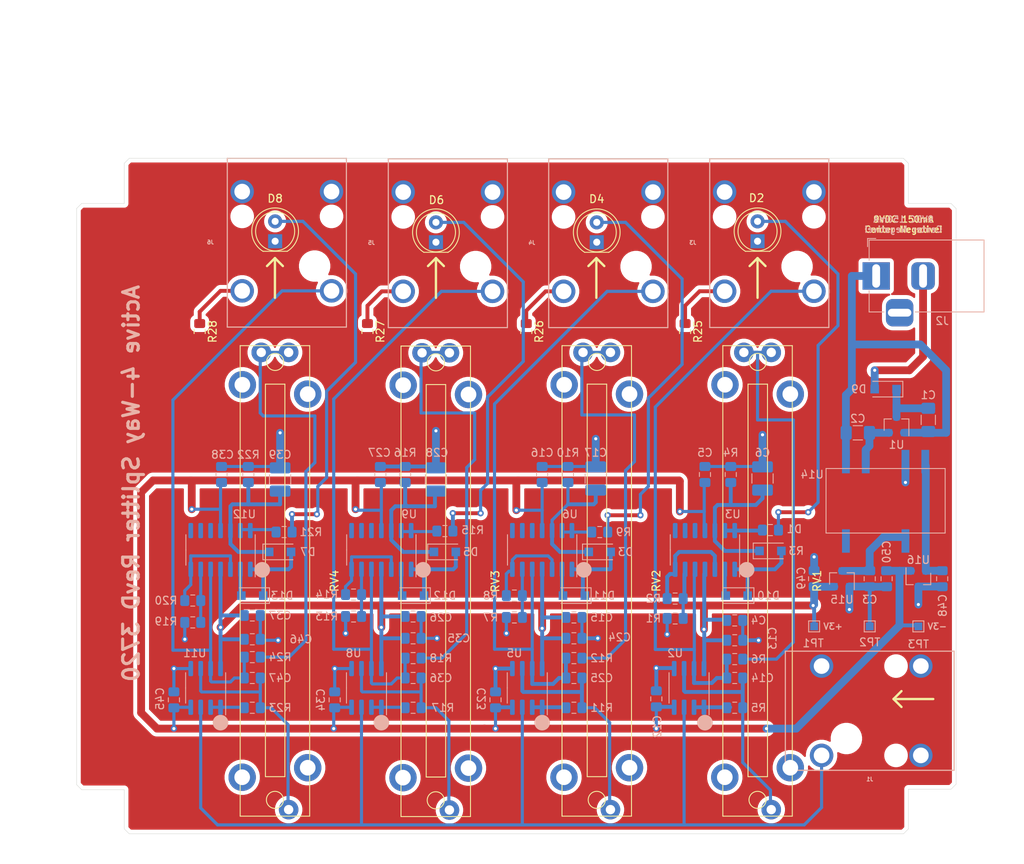
<source format=kicad_pcb>
(kicad_pcb (version 20171130) (host pcbnew 5.1.6-c6e7f7d~87~ubuntu18.04.1)
  (title_block (comment 1 "F.Cu is ground plane!"))
  (layers (0 F.Cu signal) (31 B.Cu signal) (34 B.Paste user) (35 F.Paste user) (36 B.SilkS user) (37 F.SilkS user) (38 B.Mask user) (39 F.Mask user) (44 Edge.Cuts user))
  (net 0 "")
  (net 1 GNDS)
  (net 2 /PowerSupply/+9V_POL)
  (net 3 "Net-(D1-Pad2)")
  (net 4 "Net-(D2-Pad2)")
  (net 5 "Net-(D4-Pad2)")
  (net 6 /PowerSupply/+9V_IN)
  (net 7 "Net-(D6-Pad2)")
  (net 8 "Net-(D8-Pad2)")
  (net 9 "Net-(R17-Pad2)")
  (net 10 "Net-(R18-Pad2)")
  (net 11 "Net-(R19-Pad2)")
  (net 12 "Net-(R20-Pad2)")
  (net 13 "Net-(R21-Pad2)")
  (net 14 "Net-(R23-Pad2)")
  (net 15 "Net-(C36-Pad2)")
  (net 16 "Net-(C39-Pad1)")
  (net 17 "Net-(R2-Pad2)")
  (net 18 "Net-(R12-Pad2)")
  (net 19 "Net-(R24-Pad2)")
  (net 20 "Net-(C6-Pad1)")
  (net 21 "Net-(C14-Pad2)")
  (net 22 /PeakDetector1/SIGNAL_INPUT)
  (net 23 "Net-(C17-Pad1)")
  (net 24 "Net-(C25-Pad2)")
  (net 25 /sheet5F6A30A3/SIGNAL_INPUT)
  (net 26 "Net-(C28-Pad1)")
  (net 27 /sheet5F6A444D/SIGNAL_INPUT)
  (net 28 "Net-(C47-Pad2)")
  (net 29 /sheet5F6AEF15/SIGNAL_INPUT)
  (net 30 /InputBuffer1/SIGNAL_INPUT)
  (net 31 "Net-(R1-Pad2)")
  (net 32 "Net-(R3-Pad2)")
  (net 33 "Net-(R5-Pad2)")
  (net 34 "Net-(R6-Pad2)")
  (net 35 "Net-(R7-Pad2)")
  (net 36 "Net-(R8-Pad2)")
  (net 37 "Net-(R9-Pad2)")
  (net 38 "Net-(R11-Pad2)")
  (net 39 "Net-(R13-Pad2)")
  (net 40 "Net-(R14-Pad2)")
  (net 41 "Net-(R15-Pad2)")
  (net 42 "Net-(U3-Pad10)")
  (net 43 "Net-(U3-Pad9)")
  (net 44 "Net-(U3-Pad8)")
  (net 45 "Net-(U6-Pad10)")
  (net 46 "Net-(U6-Pad9)")
  (net 47 "Net-(U6-Pad8)")
  (net 48 "Net-(U9-Pad10)")
  (net 49 "Net-(U9-Pad9)")
  (net 50 "Net-(U9-Pad8)")
  (net 51 "Net-(U12-Pad10)")
  (net 52 "Net-(U12-Pad9)")
  (net 53 "Net-(U12-Pad8)")
  (net 54 /PowerSupply/+5V_REG)
  (net 55 VCOM)
  (net 56 "Net-(C3-Pad1)")
  (net 57 +3V3)
  (net 58 -3V3)
  (net 59 "Net-(C48-Pad2)")
  (net 60 "Net-(U14-Pad10)")
  (net 61 "Net-(D11-Pad1)")
  (net 62 "Net-(D12-Pad1)")
  (net 63 "Net-(D13-Pad1)")
  (net 64 "Net-(D10-Pad2)")
  (net 65 "Net-(D11-Pad2)")
  (net 66 "Net-(D12-Pad2)")
  (net 67 "Net-(D13-Pad2)")
  (net 68 "Net-(J3-Pad2)")
  (net 69 "Net-(J4-Pad2)")
  (net 70 "Net-(J5-Pad2)")
  (net 71 "Net-(J6-Pad2)")
  (module TestPoint:TestPoint_Pad_1.0x1.0mm (layer B.Cu) (at 187.579 104.521)
    (fp_text reference TP3 (at 0 2.286) (layer B.SilkS) (effects (justify mirror)))
    (fp_text value TestPoint)
    (pad 1 smd rect (at 0 0) (size 1 1) (layers B.Cu B.Mask) (net 58 -3V3))
  )
  (module TestPoint:TestPoint_Pad_1.0x1.0mm (layer B.Cu) (at 181.356 104.521)
    (fp_text reference TP2 (at 0 2.032) (layer B.SilkS) (effects (justify mirror)))
    (fp_text value TestPoint)
    (pad 1 smd rect (at 0 0) (size 1 1) (layers B.Cu B.Mask) (net 55 VCOM))
  )
  (module TestPoint:TestPoint_Pad_1.0x1.0mm (layer B.Cu) (at 174.244 104.521)
    (fp_text reference TP1 (at -0.127 2.159) (layer B.SilkS) (effects (justify mirror)))
    (fp_text value TestPoint)
    (pad 1 smd rect (at 0 0) (size 1 1) (layers B.Cu B.Mask) (net 57 +3V3))
  )
  (module Hammond1590:1590BB (layer F.Cu) (at 136.144 87.884 90)
    (fp_text reference REF** hide)
    (fp_text value 1590BB)
  )
  (module Capacitor_SMD:C_0805_2012Metric_Pad1.15x1.40mm_HandSolder (layer F.Cu) (at 95.631 66.802 270)
    (fp_text reference R28 (at 0 -1.65 270) (layer F.SilkS))
    (fp_text value 100R)
    (pad 2 smd roundrect (at 1.025 0 270) (size 1.15 1.4) (layers F.Cu F.Paste F.Mask) (roundrect_rratio 0.217391) (net 55 VCOM))
    (pad 1 smd roundrect (at -1.025 0 270) (size 1.15 1.4) (layers F.Cu F.Paste F.Mask) (roundrect_rratio 0.217391) (net 71 "Net-(J6-Pad2)"))
  )
  (module Capacitor_SMD:C_0805_2012Metric_Pad1.15x1.40mm_HandSolder (layer F.Cu) (at 117.094 66.802 270)
    (fp_text reference R27 (at 0 -1.65 270) (layer F.SilkS))
    (fp_text value 100R)
    (pad 2 smd roundrect (at 1.025 0 270) (size 1.15 1.4) (layers F.Cu F.Paste F.Mask) (roundrect_rratio 0.217391) (net 55 VCOM))
    (pad 1 smd roundrect (at -1.025 0 270) (size 1.15 1.4) (layers F.Cu F.Paste F.Mask) (roundrect_rratio 0.217391) (net 70 "Net-(J5-Pad2)"))
  )
  (module Capacitor_SMD:C_0805_2012Metric_Pad1.15x1.40mm_HandSolder (layer F.Cu) (at 137.414 66.802 270)
    (fp_text reference R26 (at 0 -1.65 270) (layer F.SilkS))
    (fp_text value 100R)
    (pad 2 smd roundrect (at 1.025 0 270) (size 1.15 1.4) (layers F.Cu F.Paste F.Mask) (roundrect_rratio 0.217391) (net 55 VCOM))
    (pad 1 smd roundrect (at -1.025 0 270) (size 1.15 1.4) (layers F.Cu F.Paste F.Mask) (roundrect_rratio 0.217391) (net 69 "Net-(J4-Pad2)"))
  )
  (module Capacitor_SMD:C_0805_2012Metric_Pad1.15x1.40mm_HandSolder (layer F.Cu) (at 157.734 66.802 270)
    (fp_text reference R25 (at 0 -1.65 270) (layer F.SilkS))
    (fp_text value 100R)
    (pad 2 smd roundrect (at 1.025 0 270) (size 1.15 1.4) (layers F.Cu F.Paste F.Mask) (roundrect_rratio 0.217391) (net 55 VCOM))
    (pad 1 smd roundrect (at -1.025 0 270) (size 1.15 1.4) (layers F.Cu F.Paste F.Mask) (roundrect_rratio 0.217391) (net 68 "Net-(J3-Pad2)"))
  )
  (module Package_SO:SOIC-14_3.9x8.7mm_P1.27mm (layer B.Cu) (at 98.298 94.742 90)
    (fp_text reference U12 (at 4.572 3.048 180) (layer B.SilkS) (effects (justify mirror)))
    (fp_text value TL074)
    (pad 14 smd roundrect (at 2.475 3.81 90) (size 1.95 0.6) (layers B.Cu B.Paste B.Mask) (net 13 "Net-(R21-Pad2)"))
    (pad 13 smd roundrect (at 2.475 2.54 90) (size 1.95 0.6) (layers B.Cu B.Paste B.Mask) (net 13 "Net-(R21-Pad2)"))
    (pad 12 smd roundrect (at 2.475 1.27 90) (size 1.95 0.6) (layers B.Cu B.Paste B.Mask) (net 16 "Net-(C39-Pad1)"))
    (pad 11 smd roundrect (at 2.475 0 90) (size 1.95 0.6) (layers B.Cu B.Paste B.Mask) (net 58 -3V3))
    (pad 10 smd roundrect (at 2.475 -1.27 90) (size 1.95 0.6) (layers B.Cu B.Paste B.Mask) (net 51 "Net-(U12-Pad10)"))
    (pad 9 smd roundrect (at 2.475 -2.54 90) (size 1.95 0.6) (layers B.Cu B.Paste B.Mask) (net 52 "Net-(U12-Pad9)"))
    (pad 8 smd roundrect (at 2.475 -3.81 90) (size 1.95 0.6) (layers B.Cu B.Paste B.Mask) (net 53 "Net-(U12-Pad8)"))
    (pad 7 smd roundrect (at -2.475 -3.81 90) (size 1.95 0.6) (layers B.Cu B.Paste B.Mask) (net 12 "Net-(R20-Pad2)"))
    (pad 6 smd roundrect (at -2.475 -2.54 90) (size 1.95 0.6) (layers B.Cu B.Paste B.Mask) (net 11 "Net-(R19-Pad2)"))
    (pad 5 smd roundrect (at -2.475 -1.27 90) (size 1.95 0.6) (layers B.Cu B.Paste B.Mask) (net 29 /sheet5F6AEF15/SIGNAL_INPUT))
    (pad 4 smd roundrect (at -2.475 0 90) (size 1.95 0.6) (layers B.Cu B.Paste B.Mask) (net 57 +3V3))
    (pad 3 smd roundrect (at -2.475 1.27 90) (size 1.95 0.6) (layers B.Cu B.Paste B.Mask) (net 12 "Net-(R20-Pad2)"))
    (pad 2 smd roundrect (at -2.475 2.54 90) (size 1.95 0.6) (layers B.Cu B.Paste B.Mask) (net 67 "Net-(D13-Pad2)"))
    (pad 1 smd roundrect (at -2.475 3.81 90) (size 1.95 0.6) (layers B.Cu B.Paste B.Mask) (net 63 "Net-(D13-Pad1)"))
  )
  (module Package_SO:SOIC-14_3.9x8.7mm_P1.27mm (layer B.Cu) (at 118.872 94.742 90)
    (fp_text reference U9 (at 4.572 3.556 180) (layer B.SilkS) (effects (justify mirror)))
    (fp_text value TL074)
    (pad 14 smd roundrect (at 2.475 3.81 90) (size 1.95 0.6) (layers B.Cu B.Paste B.Mask) (net 41 "Net-(R15-Pad2)"))
    (pad 13 smd roundrect (at 2.475 2.54 90) (size 1.95 0.6) (layers B.Cu B.Paste B.Mask) (net 41 "Net-(R15-Pad2)"))
    (pad 12 smd roundrect (at 2.475 1.27 90) (size 1.95 0.6) (layers B.Cu B.Paste B.Mask) (net 26 "Net-(C28-Pad1)"))
    (pad 11 smd roundrect (at 2.475 0 90) (size 1.95 0.6) (layers B.Cu B.Paste B.Mask) (net 58 -3V3))
    (pad 10 smd roundrect (at 2.475 -1.27 90) (size 1.95 0.6) (layers B.Cu B.Paste B.Mask) (net 48 "Net-(U9-Pad10)"))
    (pad 9 smd roundrect (at 2.475 -2.54 90) (size 1.95 0.6) (layers B.Cu B.Paste B.Mask) (net 49 "Net-(U9-Pad9)"))
    (pad 8 smd roundrect (at 2.475 -3.81 90) (size 1.95 0.6) (layers B.Cu B.Paste B.Mask) (net 50 "Net-(U9-Pad8)"))
    (pad 7 smd roundrect (at -2.475 -3.81 90) (size 1.95 0.6) (layers B.Cu B.Paste B.Mask) (net 40 "Net-(R14-Pad2)"))
    (pad 6 smd roundrect (at -2.475 -2.54 90) (size 1.95 0.6) (layers B.Cu B.Paste B.Mask) (net 39 "Net-(R13-Pad2)"))
    (pad 5 smd roundrect (at -2.475 -1.27 90) (size 1.95 0.6) (layers B.Cu B.Paste B.Mask) (net 27 /sheet5F6A444D/SIGNAL_INPUT))
    (pad 4 smd roundrect (at -2.475 0 90) (size 1.95 0.6) (layers B.Cu B.Paste B.Mask) (net 57 +3V3))
    (pad 3 smd roundrect (at -2.475 1.27 90) (size 1.95 0.6) (layers B.Cu B.Paste B.Mask) (net 40 "Net-(R14-Pad2)"))
    (pad 2 smd roundrect (at -2.475 2.54 90) (size 1.95 0.6) (layers B.Cu B.Paste B.Mask) (net 66 "Net-(D12-Pad2)"))
    (pad 1 smd roundrect (at -2.475 3.81 90) (size 1.95 0.6) (layers B.Cu B.Paste B.Mask) (net 62 "Net-(D12-Pad1)"))
  )
  (module Package_SO:SOIC-14_3.9x8.7mm_P1.27mm (layer B.Cu) (at 139.446 94.742 90)
    (fp_text reference U6 (at 4.572 3.556 180) (layer B.SilkS) (effects (justify mirror)))
    (fp_text value TL074)
    (pad 14 smd roundrect (at 2.475 3.81 90) (size 1.95 0.6) (layers B.Cu B.Paste B.Mask) (net 37 "Net-(R9-Pad2)"))
    (pad 13 smd roundrect (at 2.475 2.54 90) (size 1.95 0.6) (layers B.Cu B.Paste B.Mask) (net 37 "Net-(R9-Pad2)"))
    (pad 12 smd roundrect (at 2.475 1.27 90) (size 1.95 0.6) (layers B.Cu B.Paste B.Mask) (net 23 "Net-(C17-Pad1)"))
    (pad 11 smd roundrect (at 2.475 0 90) (size 1.95 0.6) (layers B.Cu B.Paste B.Mask) (net 58 -3V3))
    (pad 10 smd roundrect (at 2.475 -1.27 90) (size 1.95 0.6) (layers B.Cu B.Paste B.Mask) (net 45 "Net-(U6-Pad10)"))
    (pad 9 smd roundrect (at 2.475 -2.54 90) (size 1.95 0.6) (layers B.Cu B.Paste B.Mask) (net 46 "Net-(U6-Pad9)"))
    (pad 8 smd roundrect (at 2.475 -3.81 90) (size 1.95 0.6) (layers B.Cu B.Paste B.Mask) (net 47 "Net-(U6-Pad8)"))
    (pad 7 smd roundrect (at -2.475 -3.81 90) (size 1.95 0.6) (layers B.Cu B.Paste B.Mask) (net 36 "Net-(R8-Pad2)"))
    (pad 6 smd roundrect (at -2.475 -2.54 90) (size 1.95 0.6) (layers B.Cu B.Paste B.Mask) (net 35 "Net-(R7-Pad2)"))
    (pad 5 smd roundrect (at -2.475 -1.27 90) (size 1.95 0.6) (layers B.Cu B.Paste B.Mask) (net 25 /sheet5F6A30A3/SIGNAL_INPUT))
    (pad 4 smd roundrect (at -2.475 0 90) (size 1.95 0.6) (layers B.Cu B.Paste B.Mask) (net 57 +3V3))
    (pad 3 smd roundrect (at -2.475 1.27 90) (size 1.95 0.6) (layers B.Cu B.Paste B.Mask) (net 36 "Net-(R8-Pad2)"))
    (pad 2 smd roundrect (at -2.475 2.54 90) (size 1.95 0.6) (layers B.Cu B.Paste B.Mask) (net 65 "Net-(D11-Pad2)"))
    (pad 1 smd roundrect (at -2.475 3.81 90) (size 1.95 0.6) (layers B.Cu B.Paste B.Mask) (net 61 "Net-(D11-Pad1)"))
  )
  (module Package_SO:SOIC-14_3.9x8.7mm_P1.27mm (layer B.Cu) (at 160.274 94.742 90)
    (fp_text reference U3 (at 4.572 3.556 180) (layer B.SilkS) (effects (justify mirror)))
    (fp_text value TL074)
    (pad 14 smd roundrect (at 2.475 3.81 90) (size 1.95 0.6) (layers B.Cu B.Paste B.Mask) (net 32 "Net-(R3-Pad2)"))
    (pad 13 smd roundrect (at 2.475 2.54 90) (size 1.95 0.6) (layers B.Cu B.Paste B.Mask) (net 32 "Net-(R3-Pad2)"))
    (pad 12 smd roundrect (at 2.475 1.27 90) (size 1.95 0.6) (layers B.Cu B.Paste B.Mask) (net 20 "Net-(C6-Pad1)"))
    (pad 11 smd roundrect (at 2.475 0 90) (size 1.95 0.6) (layers B.Cu B.Paste B.Mask) (net 58 -3V3))
    (pad 10 smd roundrect (at 2.475 -1.27 90) (size 1.95 0.6) (layers B.Cu B.Paste B.Mask) (net 42 "Net-(U3-Pad10)"))
    (pad 9 smd roundrect (at 2.475 -2.54 90) (size 1.95 0.6) (layers B.Cu B.Paste B.Mask) (net 43 "Net-(U3-Pad9)"))
    (pad 8 smd roundrect (at 2.475 -3.81 90) (size 1.95 0.6) (layers B.Cu B.Paste B.Mask) (net 44 "Net-(U3-Pad8)"))
    (pad 7 smd roundrect (at -2.475 -3.81 90) (size 1.95 0.6) (layers B.Cu B.Paste B.Mask) (net 17 "Net-(R2-Pad2)"))
    (pad 6 smd roundrect (at -2.475 -2.54 90) (size 1.95 0.6) (layers B.Cu B.Paste B.Mask) (net 31 "Net-(R1-Pad2)"))
    (pad 5 smd roundrect (at -2.475 -1.27 90) (size 1.95 0.6) (layers B.Cu B.Paste B.Mask) (net 22 /PeakDetector1/SIGNAL_INPUT))
    (pad 4 smd roundrect (at -2.475 0 90) (size 1.95 0.6) (layers B.Cu B.Paste B.Mask) (net 57 +3V3))
    (pad 3 smd roundrect (at -2.475 1.27 90) (size 1.95 0.6) (layers B.Cu B.Paste B.Mask) (net 17 "Net-(R2-Pad2)"))
    (pad 2 smd roundrect (at -2.475 2.54 90) (size 1.95 0.6) (layers B.Cu B.Paste B.Mask) (net 64 "Net-(D10-Pad2)"))
    (pad 1 smd roundrect (at -2.475 3.81 90) (size 1.95 0.6) (layers B.Cu B.Paste B.Mask) (net 3 "Net-(D1-Pad2)"))
  )
  (module Resistor_SMD:R_0805_2012Metric_Pad1.15x1.40mm_HandSolder (layer B.Cu) (at 101.854 85.09 270)
    (fp_text reference R22 (at -2.54 0 180) (layer B.SilkS) (effects (justify mirror)))
    (fp_text value "10M 1%")
    (pad 2 smd roundrect (at 1.025 0 270) (size 1.15 1.4) (layers B.Cu B.Paste B.Mask) (roundrect_rratio 0.217391) (net 16 "Net-(C39-Pad1)"))
    (pad 1 smd roundrect (at -1.025 0 270) (size 1.15 1.4) (layers B.Cu B.Paste B.Mask) (roundrect_rratio 0.217391) (net 55 VCOM))
  )
  (module Resistor_SMD:R_0805_2012Metric_Pad1.15x1.40mm_HandSolder (layer B.Cu) (at 121.92 85.09 270)
    (fp_text reference R16 (at -2.794 0 180) (layer B.SilkS) (effects (justify mirror)))
    (fp_text value "10M 1%")
    (pad 2 smd roundrect (at 1.025 0 270) (size 1.15 1.4) (layers B.Cu B.Paste B.Mask) (roundrect_rratio 0.217391) (net 26 "Net-(C28-Pad1)"))
    (pad 1 smd roundrect (at -1.025 0 270) (size 1.15 1.4) (layers B.Cu B.Paste B.Mask) (roundrect_rratio 0.217391) (net 55 VCOM))
  )
  (module Resistor_SMD:R_0805_2012Metric_Pad1.15x1.40mm_HandSolder (layer B.Cu) (at 142.748 85.09 270)
    (fp_text reference R10 (at -2.794 0 180) (layer B.SilkS) (effects (justify mirror)))
    (fp_text value "10M 1%")
    (pad 2 smd roundrect (at 1.025 0 270) (size 1.15 1.4) (layers B.Cu B.Paste B.Mask) (roundrect_rratio 0.217391) (net 23 "Net-(C17-Pad1)"))
    (pad 1 smd roundrect (at -1.025 0 270) (size 1.15 1.4) (layers B.Cu B.Paste B.Mask) (roundrect_rratio 0.217391) (net 55 VCOM))
  )
  (module Resistor_SMD:R_0805_2012Metric_Pad1.15x1.40mm_HandSolder (layer B.Cu) (at 163.576 85.09 270)
    (fp_text reference R4 (at -2.794 0 180) (layer B.SilkS) (effects (justify mirror)))
    (fp_text value "10M 1%")
    (pad 2 smd roundrect (at 1.025 0 270) (size 1.15 1.4) (layers B.Cu B.Paste B.Mask) (roundrect_rratio 0.217391) (net 20 "Net-(C6-Pad1)"))
    (pad 1 smd roundrect (at -1.025 0 270) (size 1.15 1.4) (layers B.Cu B.Paste B.Mask) (roundrect_rratio 0.217391) (net 55 VCOM))
  )
  (module Diode_SMD:D_SOD-123F (layer B.Cu) (at 102.362 100.584 180)
    (fp_text reference D13 (at -3.81 0) (layer B.SilkS) (effects (justify mirror)))
    (fp_text value 1N914)
    (pad 2 smd rect (at 1.4 0 180) (size 1.1 1.1) (layers B.Cu B.Paste B.Mask) (net 67 "Net-(D13-Pad2)"))
    (pad 1 smd rect (at -1.4 0 180) (size 1.1 1.1) (layers B.Cu B.Paste B.Mask) (net 63 "Net-(D13-Pad1)"))
  )
  (module Diode_SMD:D_SOD-123F (layer B.Cu) (at 122.936 100.584 180)
    (fp_text reference D12 (at -4.064 0) (layer B.SilkS) (effects (justify mirror)))
    (fp_text value 1N914)
    (pad 2 smd rect (at 1.4 0 180) (size 1.1 1.1) (layers B.Cu B.Paste B.Mask) (net 66 "Net-(D12-Pad2)"))
    (pad 1 smd rect (at -1.4 0 180) (size 1.1 1.1) (layers B.Cu B.Paste B.Mask) (net 62 "Net-(D12-Pad1)"))
  )
  (module Diode_SMD:D_SOD-123F (layer B.Cu) (at 143.51 100.584 180)
    (fp_text reference D11 (at -3.81 0) (layer B.SilkS) (effects (justify mirror)))
    (fp_text value 1N914)
    (pad 2 smd rect (at 1.4 0 180) (size 1.1 1.1) (layers B.Cu B.Paste B.Mask) (net 65 "Net-(D11-Pad2)"))
    (pad 1 smd rect (at -1.4 0 180) (size 1.1 1.1) (layers B.Cu B.Paste B.Mask) (net 61 "Net-(D11-Pad1)"))
  )
  (module Diode_SMD:D_SOD-123F (layer B.Cu) (at 164.338 100.584 180)
    (fp_text reference D10 (at -4.064 0) (layer B.SilkS) (effects (justify mirror)))
    (fp_text value 1N914)
    (pad 2 smd rect (at 1.4 0 180) (size 1.1 1.1) (layers B.Cu B.Paste B.Mask) (net 64 "Net-(D10-Pad2)"))
    (pad 1 smd rect (at -1.4 0 180) (size 1.1 1.1) (layers B.Cu B.Paste B.Mask) (net 3 "Net-(D1-Pad2)"))
  )
  (module Capacitor_SMD:C_1210_3225Metric_Pad1.42x2.65mm_HandSolder (layer B.Cu) (at 105.918 85.725 90)
    (fp_text reference C39 (at 3.175 0 180) (layer B.SilkS) (effects (justify mirror)))
    (fp_text value "100nF 1%")
    (pad 2 smd roundrect (at 1.4875 0 90) (size 1.425 2.65) (layers B.Cu B.Paste B.Mask) (roundrect_rratio 0.175439) (net 55 VCOM))
    (pad 1 smd roundrect (at -1.4875 0 90) (size 1.425 2.65) (layers B.Cu B.Paste B.Mask) (roundrect_rratio 0.175439) (net 16 "Net-(C39-Pad1)"))
  )
  (module Capacitor_SMD:C_1210_3225Metric_Pad1.42x2.65mm_HandSolder (layer B.Cu) (at 125.857 85.725 90)
    (fp_text reference C28 (at 3.429 0.127 180) (layer B.SilkS) (effects (justify mirror)))
    (fp_text value "100nF 1%")
    (pad 2 smd roundrect (at 1.4875 0 90) (size 1.425 2.65) (layers B.Cu B.Paste B.Mask) (roundrect_rratio 0.175439) (net 55 VCOM))
    (pad 1 smd roundrect (at -1.4875 0 90) (size 1.425 2.65) (layers B.Cu B.Paste B.Mask) (roundrect_rratio 0.175439) (net 26 "Net-(C28-Pad1)"))
  )
  (module Capacitor_SMD:C_1210_3225Metric_Pad1.42x2.65mm_HandSolder (layer B.Cu) (at 146.304 85.598 90)
    (fp_text reference C17 (at 3.302 0 180) (layer B.SilkS) (effects (justify mirror)))
    (fp_text value "100nF 1%")
    (pad 2 smd roundrect (at 1.4875 0 90) (size 1.425 2.65) (layers B.Cu B.Paste B.Mask) (roundrect_rratio 0.175439) (net 55 VCOM))
    (pad 1 smd roundrect (at -1.4875 0 90) (size 1.425 2.65) (layers B.Cu B.Paste B.Mask) (roundrect_rratio 0.175439) (net 23 "Net-(C17-Pad1)"))
  )
  (module Capacitor_SMD:C_1210_3225Metric_Pad1.42x2.65mm_HandSolder (layer B.Cu) (at 167.64 85.598 90)
    (fp_text reference C6 (at 3.302 0 180) (layer B.SilkS) (effects (justify mirror)))
    (fp_text value "100nF 1%")
    (pad 2 smd roundrect (at 1.4875 0 90) (size 1.425 2.65) (layers B.Cu B.Paste B.Mask) (roundrect_rratio 0.175439) (net 55 VCOM))
    (pad 1 smd roundrect (at -1.4875 0 90) (size 1.425 2.65) (layers B.Cu B.Paste B.Mask) (roundrect_rratio 0.175439) (net 20 "Net-(C6-Pad1)"))
  )
  (module Diode_SMD:D_SOD-123F (layer B.Cu) (at 105.918 94.996)
    (fp_text reference D7 (at 3.556 0 180) (layer B.SilkS) (effects (justify mirror)))
    (fp_text value 1N914)
    (pad 2 smd rect (at 1.4 0) (size 1.1 1.1) (layers B.Cu B.Paste B.Mask) (net 63 "Net-(D13-Pad1)"))
    (pad 1 smd rect (at -1.4 0) (size 1.1 1.1) (layers B.Cu B.Paste B.Mask) (net 16 "Net-(C39-Pad1)"))
  )
  (module Diode_SMD:D_SOD-123F (layer B.Cu) (at 127 94.996)
    (fp_text reference D5 (at 3.302 0) (layer B.SilkS) (effects (justify mirror)))
    (fp_text value 1N914)
    (pad 2 smd rect (at 1.4 0) (size 1.1 1.1) (layers B.Cu B.Paste B.Mask) (net 62 "Net-(D12-Pad1)"))
    (pad 1 smd rect (at -1.4 0) (size 1.1 1.1) (layers B.Cu B.Paste B.Mask) (net 26 "Net-(C28-Pad1)"))
  )
  (module Diode_SMD:D_SOD-123F (layer B.Cu) (at 146.812 94.996)
    (fp_text reference D3 (at 3.302 0 180) (layer B.SilkS) (effects (justify mirror)))
    (fp_text value 1N914)
    (pad 2 smd rect (at 1.4 0) (size 1.1 1.1) (layers B.Cu B.Paste B.Mask) (net 61 "Net-(D11-Pad1)"))
    (pad 1 smd rect (at -1.4 0) (size 1.1 1.1) (layers B.Cu B.Paste B.Mask) (net 23 "Net-(C17-Pad1)"))
  )
  (module Diode_SMD:D_SOD-123F (layer B.Cu) (at 168.656 94.869)
    (fp_text reference D1 (at 3.048 -2.794) (layer B.SilkS) (effects (justify mirror)))
    (fp_text value 1N914)
    (pad 2 smd rect (at 1.4 0) (size 1.1 1.1) (layers B.Cu B.Paste B.Mask) (net 3 "Net-(D1-Pad2)"))
    (pad 1 smd rect (at -1.4 0) (size 1.1 1.1) (layers B.Cu B.Paste B.Mask) (net 20 "Net-(C6-Pad1)"))
  )
  (module XP_ISA:ISA0505 (layer B.Cu) (at 183.388 88.265)
    (fp_text reference U14 (at -9.398 -3.175) (layer B.SilkS) (effects (justify mirror)))
    (fp_text value ISA0505)
    (pad 7 smd rect (at 2.54 5.334) (size 1 3) (layers B.Cu B.Paste B.Mask) (net 56 "Net-(C3-Pad1)"))
    (pad 10 smd rect (at -5.08 5.334) (size 1 3) (layers B.Cu B.Paste B.Mask) (net 60 "Net-(U14-Pad10)"))
    (pad 5 smd rect (at 5.08 -4.826) (size 1 3) (layers B.Cu B.Paste B.Mask) (net 59 "Net-(C48-Pad2)"))
    (pad 4 smd rect (at 2.54 -4.826) (size 1 3) (layers B.Cu B.Paste B.Mask) (net 55 VCOM))
    (pad 2 smd rect (at -2.54 -4.826) (size 1 3) (layers B.Cu B.Paste B.Mask) (net 54 /PowerSupply/+5V_REG))
    (pad 1 smd rect (at -5.08 -4.826) (size 1 3) (layers B.Cu B.Paste B.Mask) (net 1 GNDS))
  )
  (module Bourn_PTA_Slider:Slider_PTA4543_60MM (layer F.Cu) (at 167.005 98.7044 270)
    (fp_text reference RV1 (at 0 -7.62 90) (layer F.SilkS))
    (fp_text value 1K)
    (pad 1 thru_hole circle (at -29.2354 -1.7526 270) (size 2.5 2.5) (drill 1.2) (layers *.Cu *.Mask) (net 34 "Net-(R6-Pad2)"))
    (pad 2 thru_hole circle (at -29.2354 1.7526 270) (size 2.5 2.5) (drill 1.2) (layers *.Cu *.Mask) (net 34 "Net-(R6-Pad2)"))
    (pad 3 thru_hole circle (at 29.2608 -1.7526 270) (size 2.5 2.5) (drill 1.2) (layers *.Cu *.Mask) (net 21 "Net-(C14-Pad2)"))
    (pad "" thru_hole circle (at -23.9014 -4.191 270) (size 3.5 3.5) (drill 2) (layers *.Cu *.Mask))
    (pad "" thru_hole circle (at -25.0952 4.1656 270) (size 3.5 3.5) (drill 2) (layers *.Cu *.Mask))
    (pad "" thru_hole circle (at 23.9014 -4.191 270) (size 3.5 3.5) (drill 2) (layers *.Cu *.Mask))
    (pad "" thru_hole circle (at 25.1206 4.191 270) (size 3.5 3.5) (drill 2) (layers *.Cu *.Mask))
  )
  (module Bourn_PTA_Slider:Slider_PTA4543_60MM (layer F.Cu) (at 146.431 98.7044 270)
    (fp_text reference RV2 (at 0 -7.62 90) (layer F.SilkS))
    (fp_text value 1K)
    (pad 1 thru_hole circle (at -29.2354 -1.7526 270) (size 2.5 2.5) (drill 1.2) (layers *.Cu *.Mask) (net 18 "Net-(R12-Pad2)"))
    (pad 2 thru_hole circle (at -29.2354 1.7526 270) (size 2.5 2.5) (drill 1.2) (layers *.Cu *.Mask) (net 18 "Net-(R12-Pad2)"))
    (pad 3 thru_hole circle (at 29.2608 -1.7526 270) (size 2.5 2.5) (drill 1.2) (layers *.Cu *.Mask) (net 24 "Net-(C25-Pad2)"))
    (pad "" thru_hole circle (at -23.9014 -4.191 270) (size 3.5 3.5) (drill 2) (layers *.Cu *.Mask))
    (pad "" thru_hole circle (at -25.0952 4.1656 270) (size 3.5 3.5) (drill 2) (layers *.Cu *.Mask))
    (pad "" thru_hole circle (at 23.9014 -4.191 270) (size 3.5 3.5) (drill 2) (layers *.Cu *.Mask))
    (pad "" thru_hole circle (at 25.1206 4.191 270) (size 3.5 3.5) (drill 2) (layers *.Cu *.Mask))
  )
  (module Bourn_PTA_Slider:Slider_PTA4543_60MM (layer F.Cu) (at 125.8316 98.7552 270)
    (fp_text reference RV3 (at 0 -7.62 90) (layer F.SilkS))
    (fp_text value 1K)
    (pad 1 thru_hole circle (at -29.2354 -1.7526 270) (size 2.5 2.5) (drill 1.2) (layers *.Cu *.Mask) (net 10 "Net-(R18-Pad2)"))
    (pad 2 thru_hole circle (at -29.2354 1.7526 270) (size 2.5 2.5) (drill 1.2) (layers *.Cu *.Mask) (net 10 "Net-(R18-Pad2)"))
    (pad 3 thru_hole circle (at 29.2608 -1.7526 270) (size 2.5 2.5) (drill 1.2) (layers *.Cu *.Mask) (net 15 "Net-(C36-Pad2)"))
    (pad "" thru_hole circle (at -23.9014 -4.191 270) (size 3.5 3.5) (drill 2) (layers *.Cu *.Mask))
    (pad "" thru_hole circle (at -25.0952 4.1656 270) (size 3.5 3.5) (drill 2) (layers *.Cu *.Mask))
    (pad "" thru_hole circle (at 23.9014 -4.191 270) (size 3.5 3.5) (drill 2) (layers *.Cu *.Mask))
    (pad "" thru_hole circle (at 25.1206 4.191 270) (size 3.5 3.5) (drill 2) (layers *.Cu *.Mask))
  )
  (module Bourn_PTA_Slider:Slider_PTA4543_60MM (layer F.Cu) (at 105.2576 98.7044 270)
    (fp_text reference RV4 (at 0 -7.62 90) (layer F.SilkS))
    (fp_text value 1K)
    (pad 1 thru_hole circle (at -29.2354 -1.7526 270) (size 2.5 2.5) (drill 1.2) (layers *.Cu *.Mask) (net 19 "Net-(R24-Pad2)"))
    (pad 2 thru_hole circle (at -29.2354 1.7526 270) (size 2.5 2.5) (drill 1.2) (layers *.Cu *.Mask) (net 19 "Net-(R24-Pad2)"))
    (pad 3 thru_hole circle (at 29.2608 -1.7526 270) (size 2.5 2.5) (drill 1.2) (layers *.Cu *.Mask) (net 28 "Net-(C47-Pad2)"))
    (pad "" thru_hole circle (at -23.9014 -4.191 270) (size 3.5 3.5) (drill 2) (layers *.Cu *.Mask))
    (pad "" thru_hole circle (at -25.0952 4.1656 270) (size 3.5 3.5) (drill 2) (layers *.Cu *.Mask))
    (pad "" thru_hole circle (at 23.9014 -4.191 270) (size 3.5 3.5) (drill 2) (layers *.Cu *.Mask))
    (pad "" thru_hole circle (at 25.1206 4.191 270) (size 3.5 3.5) (drill 2) (layers *.Cu *.Mask))
  )
  (module Package_TO_SOT_SMD:SOT-23 (layer B.Cu) (at 184.785 78.74 90)
    (fp_text reference U1 (at -2.54 0 180) (layer B.SilkS) (effects (justify mirror)))
    (fp_text value AP7370-50SA-7)
    (pad 3 smd rect (at 1 0 90) (size 0.9 0.8) (layers B.Cu B.Paste B.Mask) (net 2 /PowerSupply/+9V_POL))
    (pad 2 smd rect (at -1 -0.95 90) (size 0.9 0.8) (layers B.Cu B.Paste B.Mask) (net 54 /PowerSupply/+5V_REG))
    (pad 1 smd rect (at -1 0.95 90) (size 0.9 0.8) (layers B.Cu B.Paste B.Mask) (net 1 GNDS))
  )
  (module Capacitor_SMD:C_1206_3216Metric_Pad1.42x1.75mm_HandSolder (layer B.Cu) (at 179.832 79.756 180)
    (fp_text reference C2 (at 0 1.82) (layer B.SilkS) (effects (justify mirror)))
    (fp_text value 1uF)
    (pad 2 smd roundrect (at 1.4875 0 180) (size 1.425 1.75) (layers B.Cu B.Paste B.Mask) (roundrect_rratio 0.175439) (net 1 GNDS))
    (pad 1 smd roundrect (at -1.4875 0 180) (size 1.425 1.75) (layers B.Cu B.Paste B.Mask) (roundrect_rratio 0.175439) (net 54 /PowerSupply/+5V_REG))
  )
  (module Capacitor_SMD:C_1206_3216Metric_Pad1.42x1.75mm_HandSolder (layer B.Cu) (at 188.849 78.105 270)
    (fp_text reference C1 (at -3.175 0 180) (layer B.SilkS) (effects (justify mirror)))
    (fp_text value 100nF)
    (pad 2 smd roundrect (at 1.4875 0 270) (size 1.425 1.75) (layers B.Cu B.Paste B.Mask) (roundrect_rratio 0.175439) (net 1 GNDS))
    (pad 1 smd roundrect (at -1.4875 0 270) (size 1.425 1.75) (layers B.Cu B.Paste B.Mask) (roundrect_rratio 0.175439) (net 2 /PowerSupply/+9V_POL))
  )
  (module Package_TO_SOT_SMD:SOT-23 (layer B.Cu) (at 187.579 98.425 270)
    (fp_text reference U16 (at -2.413 0 180) (layer B.SilkS) (effects (justify mirror)))
    (fp_text value TC593002ECB)
    (pad 3 smd rect (at 1 0 270) (size 0.9 0.8) (layers B.Cu B.Paste B.Mask) (net 55 VCOM))
    (pad 2 smd rect (at -1 -0.95 270) (size 0.9 0.8) (layers B.Cu B.Paste B.Mask) (net 59 "Net-(C48-Pad2)"))
    (pad 1 smd rect (at -1 0.95 270) (size 0.9 0.8) (layers B.Cu B.Paste B.Mask) (net 58 -3V3))
  )
  (module Package_TO_SOT_SMD:SOT-23 (layer B.Cu) (at 177.8 98.425 90)
    (fp_text reference U15 (at -2.667 0 180) (layer B.SilkS) (effects (justify mirror)))
    (fp_text value MCP1754S-3302xCB)
    (pad 3 smd rect (at 1 0 90) (size 0.9 0.8) (layers B.Cu B.Paste B.Mask) (net 56 "Net-(C3-Pad1)"))
    (pad 2 smd rect (at -1 -0.95 90) (size 0.9 0.8) (layers B.Cu B.Paste B.Mask) (net 57 +3V3))
    (pad 1 smd rect (at -1 0.95 90) (size 0.9 0.8) (layers B.Cu B.Paste B.Mask) (net 55 VCOM))
  )
  (module Capacitor_SMD:C_0805_2012Metric_Pad1.15x1.40mm_HandSolder (layer B.Cu) (at 183.515 98.425 90)
    (fp_text reference C50 (at 3.429 0 270) (layer B.SilkS) (effects (justify mirror)))
    (fp_text value 1uF)
    (pad 2 smd roundrect (at 1.025 0 90) (size 1.15 1.4) (layers B.Cu B.Paste B.Mask) (roundrect_rratio 0.217391) (net 58 -3V3))
    (pad 1 smd roundrect (at -1.025 0 90) (size 1.15 1.4) (layers B.Cu B.Paste B.Mask) (roundrect_rratio 0.217391) (net 55 VCOM))
  )
  (module Capacitor_SMD:C_0805_2012Metric_Pad1.15x1.40mm_HandSolder (layer B.Cu) (at 174.244 98.425 90)
    (fp_text reference C49 (at 0.0635 -1.651 270) (layer B.SilkS) (effects (justify mirror)))
    (fp_text value 1uF)
    (pad 2 smd roundrect (at 1.025 0 90) (size 1.15 1.4) (layers B.Cu B.Paste B.Mask) (roundrect_rratio 0.217391) (net 55 VCOM))
    (pad 1 smd roundrect (at -1.025 0 90) (size 1.15 1.4) (layers B.Cu B.Paste B.Mask) (roundrect_rratio 0.217391) (net 57 +3V3))
  )
  (module Capacitor_SMD:C_0805_2012Metric_Pad1.15x1.40mm_HandSolder (layer B.Cu) (at 190.627 98.425 90)
    (fp_text reference C48 (at -3.429 0.0635 270) (layer B.SilkS) (effects (justify mirror)))
    (fp_text value 1uF)
    (pad 2 smd roundrect (at 1.025 0 90) (size 1.15 1.4) (layers B.Cu B.Paste B.Mask) (roundrect_rratio 0.217391) (net 59 "Net-(C48-Pad2)"))
    (pad 1 smd roundrect (at -1.025 0 90) (size 1.15 1.4) (layers B.Cu B.Paste B.Mask) (roundrect_rratio 0.217391) (net 55 VCOM))
  )
  (module Capacitor_SMD:C_0805_2012Metric_Pad1.15x1.40mm_HandSolder (layer B.Cu) (at 181.356 98.425 270)
    (fp_text reference C3 (at 2.667 0 180) (layer B.SilkS) (effects (justify mirror)))
    (fp_text value 1uF)
    (pad 2 smd roundrect (at 1.025 0 270) (size 1.15 1.4) (layers B.Cu B.Paste B.Mask) (roundrect_rratio 0.217391) (net 55 VCOM))
    (pad 1 smd roundrect (at -1.025 0 270) (size 1.15 1.4) (layers B.Cu B.Paste B.Mask) (roundrect_rratio 0.217391) (net 56 "Net-(C3-Pad1)"))
  )
  (module LED_THT:LED_D5.0mm (layer F.Cu) (at 167.005 55.245 90)
    (fp_text reference D2 (at 5.5245 -0.127 180) (layer F.SilkS))
    (fp_text value LED)
    (pad 2 thru_hole circle (at 2.54 0 90) (size 1.8 1.8) (drill 0.9) (layers *.Cu *.Mask) (net 4 "Net-(D2-Pad2)"))
    (pad 1 thru_hole rect (at 0 0 90) (size 1.8 1.8) (drill 0.9) (layers *.Cu *.Mask) (net 55 VCOM))
  )
  (module Package_SO:SOIC-8_3.9x4.9mm_P1.27mm (layer B.Cu) (at 96.393 112.395 90)
    (fp_text reference U11 (at 4.445 -1.397) (layer B.SilkS) (effects (justify mirror)))
    (fp_text value TL072)
    (pad 8 smd roundrect (at 2.475 1.905 90) (size 1.95 0.6) (layers B.Cu B.Paste B.Mask) (net 57 +3V3))
    (pad 7 smd roundrect (at 2.475 0.635 90) (size 1.95 0.6) (layers B.Cu B.Paste B.Mask) (net 29 /sheet5F6AEF15/SIGNAL_INPUT))
    (pad 6 smd roundrect (at 2.475 -0.635 90) (size 1.95 0.6) (layers B.Cu B.Paste B.Mask) (net 28 "Net-(C47-Pad2)"))
    (pad 5 smd roundrect (at 2.475 -1.905 90) (size 1.95 0.6) (layers B.Cu B.Paste B.Mask) (net 55 VCOM))
    (pad 4 smd roundrect (at -2.475 -1.905 90) (size 1.95 0.6) (layers B.Cu B.Paste B.Mask) (net 58 -3V3))
    (pad 3 smd roundrect (at -2.475 -0.635 90) (size 1.95 0.6) (layers B.Cu B.Paste B.Mask) (net 30 /InputBuffer1/SIGNAL_INPUT))
    (pad 2 smd roundrect (at -2.475 0.635 90) (size 1.95 0.6) (layers B.Cu B.Paste B.Mask) (net 14 "Net-(R23-Pad2)"))
    (pad 1 smd roundrect (at -2.475 1.905 90) (size 1.95 0.6) (layers B.Cu B.Paste B.Mask) (net 14 "Net-(R23-Pad2)"))
  )
  (module Package_SO:SOIC-8_3.9x4.9mm_P1.27mm (layer B.Cu) (at 116.967 112.395 90)
    (fp_text reference U8 (at 4.445 -1.651) (layer B.SilkS) (effects (justify mirror)))
    (fp_text value TL072)
    (pad 8 smd roundrect (at 2.475 1.905 90) (size 1.95 0.6) (layers B.Cu B.Paste B.Mask) (net 57 +3V3))
    (pad 7 smd roundrect (at 2.475 0.635 90) (size 1.95 0.6) (layers B.Cu B.Paste B.Mask) (net 27 /sheet5F6A444D/SIGNAL_INPUT))
    (pad 6 smd roundrect (at 2.475 -0.635 90) (size 1.95 0.6) (layers B.Cu B.Paste B.Mask) (net 15 "Net-(C36-Pad2)"))
    (pad 5 smd roundrect (at 2.475 -1.905 90) (size 1.95 0.6) (layers B.Cu B.Paste B.Mask) (net 55 VCOM))
    (pad 4 smd roundrect (at -2.475 -1.905 90) (size 1.95 0.6) (layers B.Cu B.Paste B.Mask) (net 58 -3V3))
    (pad 3 smd roundrect (at -2.475 -0.635 90) (size 1.95 0.6) (layers B.Cu B.Paste B.Mask) (net 30 /InputBuffer1/SIGNAL_INPUT))
    (pad 2 smd roundrect (at -2.475 0.635 90) (size 1.95 0.6) (layers B.Cu B.Paste B.Mask) (net 9 "Net-(R17-Pad2)"))
    (pad 1 smd roundrect (at -2.475 1.905 90) (size 1.95 0.6) (layers B.Cu B.Paste B.Mask) (net 9 "Net-(R17-Pad2)"))
  )
  (module Package_SO:SOIC-8_3.9x4.9mm_P1.27mm (layer B.Cu) (at 137.541 112.395 90)
    (fp_text reference U5 (at 4.445 -1.651 180) (layer B.SilkS) (effects (justify mirror)))
    (fp_text value TL072)
    (pad 8 smd roundrect (at 2.475 1.905 90) (size 1.95 0.6) (layers B.Cu B.Paste B.Mask) (net 57 +3V3))
    (pad 7 smd roundrect (at 2.475 0.635 90) (size 1.95 0.6) (layers B.Cu B.Paste B.Mask) (net 25 /sheet5F6A30A3/SIGNAL_INPUT))
    (pad 6 smd roundrect (at 2.475 -0.635 90) (size 1.95 0.6) (layers B.Cu B.Paste B.Mask) (net 24 "Net-(C25-Pad2)"))
    (pad 5 smd roundrect (at 2.475 -1.905 90) (size 1.95 0.6) (layers B.Cu B.Paste B.Mask) (net 55 VCOM))
    (pad 4 smd roundrect (at -2.475 -1.905 90) (size 1.95 0.6) (layers B.Cu B.Paste B.Mask) (net 58 -3V3))
    (pad 3 smd roundrect (at -2.475 -0.635 90) (size 1.95 0.6) (layers B.Cu B.Paste B.Mask) (net 30 /InputBuffer1/SIGNAL_INPUT))
    (pad 2 smd roundrect (at -2.475 0.635 90) (size 1.95 0.6) (layers B.Cu B.Paste B.Mask) (net 38 "Net-(R11-Pad2)"))
    (pad 1 smd roundrect (at -2.475 1.905 90) (size 1.95 0.6) (layers B.Cu B.Paste B.Mask) (net 38 "Net-(R11-Pad2)"))
  )
  (module Package_SO:SOIC-8_3.9x4.9mm_P1.27mm (layer B.Cu) (at 158.242 112.395 90)
    (fp_text reference U2 (at 4.445 -1.778 180) (layer B.SilkS) (effects (justify mirror)))
    (fp_text value TL072)
    (pad 8 smd roundrect (at 2.475 1.905 90) (size 1.95 0.6) (layers B.Cu B.Paste B.Mask) (net 57 +3V3))
    (pad 7 smd roundrect (at 2.475 0.635 90) (size 1.95 0.6) (layers B.Cu B.Paste B.Mask) (net 22 /PeakDetector1/SIGNAL_INPUT))
    (pad 6 smd roundrect (at 2.475 -0.635 90) (size 1.95 0.6) (layers B.Cu B.Paste B.Mask) (net 21 "Net-(C14-Pad2)"))
    (pad 5 smd roundrect (at 2.475 -1.905 90) (size 1.95 0.6) (layers B.Cu B.Paste B.Mask) (net 55 VCOM))
    (pad 4 smd roundrect (at -2.475 -1.905 90) (size 1.95 0.6) (layers B.Cu B.Paste B.Mask) (net 58 -3V3))
    (pad 3 smd roundrect (at -2.475 -0.635 90) (size 1.95 0.6) (layers B.Cu B.Paste B.Mask) (net 30 /InputBuffer1/SIGNAL_INPUT))
    (pad 2 smd roundrect (at -2.475 0.635 90) (size 1.95 0.6) (layers B.Cu B.Paste B.Mask) (net 33 "Net-(R5-Pad2)"))
    (pad 1 smd roundrect (at -2.475 1.905 90) (size 1.95 0.6) (layers B.Cu B.Paste B.Mask) (net 33 "Net-(R5-Pad2)"))
  )
  (module Resistor_SMD:R_0805_2012Metric_Pad1.15x1.40mm_HandSolder (layer B.Cu) (at 102.362 108.458)
    (fp_text reference R24 (at 3.556 0) (layer B.SilkS) (effects (justify mirror)))
    (fp_text value 100R)
    (pad 2 smd roundrect (at 1.025 0) (size 1.15 1.4) (layers B.Cu B.Paste B.Mask) (roundrect_rratio 0.217391) (net 19 "Net-(R24-Pad2)"))
    (pad 1 smd roundrect (at -1.025 0) (size 1.15 1.4) (layers B.Cu B.Paste B.Mask) (roundrect_rratio 0.217391) (net 29 /sheet5F6AEF15/SIGNAL_INPUT))
  )
  (module Resistor_SMD:R_0805_2012Metric_Pad1.15x1.40mm_HandSolder (layer B.Cu) (at 102.362 114.935 180)
    (fp_text reference R23 (at -3.556 0) (layer B.SilkS) (effects (justify mirror)))
    (fp_text value 560R)
    (pad 2 smd roundrect (at 1.025 0 180) (size 1.15 1.4) (layers B.Cu B.Paste B.Mask) (roundrect_rratio 0.217391) (net 14 "Net-(R23-Pad2)"))
    (pad 1 smd roundrect (at -1.025 0 180) (size 1.15 1.4) (layers B.Cu B.Paste B.Mask) (roundrect_rratio 0.217391) (net 28 "Net-(C47-Pad2)"))
  )
  (module Resistor_SMD:R_0805_2012Metric_Pad1.15x1.40mm_HandSolder (layer B.Cu) (at 106.426 92.456 180)
    (fp_text reference R21 (at -3.429 0) (layer B.SilkS) (effects (justify mirror)))
    (fp_text value 220R)
    (pad 2 smd roundrect (at 1.025 0 180) (size 1.15 1.4) (layers B.Cu B.Paste B.Mask) (roundrect_rratio 0.217391) (net 13 "Net-(R21-Pad2)"))
    (pad 1 smd roundrect (at -1.025 0 180) (size 1.15 1.4) (layers B.Cu B.Paste B.Mask) (roundrect_rratio 0.217391) (net 8 "Net-(D8-Pad2)"))
  )
  (module Resistor_SMD:R_0805_2012Metric_Pad1.15x1.40mm_HandSolder (layer B.Cu) (at 94.742 101.219 180)
    (fp_text reference R20 (at 3.429 0) (layer B.SilkS) (effects (justify mirror)))
    (fp_text value 10K)
    (pad 2 smd roundrect (at 1.025 0 180) (size 1.15 1.4) (layers B.Cu B.Paste B.Mask) (roundrect_rratio 0.217391) (net 12 "Net-(R20-Pad2)"))
    (pad 1 smd roundrect (at -1.025 0 180) (size 1.15 1.4) (layers B.Cu B.Paste B.Mask) (roundrect_rratio 0.217391) (net 11 "Net-(R19-Pad2)"))
  )
  (module Resistor_SMD:R_0805_2012Metric_Pad1.15x1.40mm_HandSolder (layer B.Cu) (at 94.742 104.013)
    (fp_text reference R19 (at -3.429 -0.127) (layer B.SilkS) (effects (justify mirror)))
    (fp_text value 1K)
    (pad 2 smd roundrect (at 1.025 0) (size 1.15 1.4) (layers B.Cu B.Paste B.Mask) (roundrect_rratio 0.217391) (net 11 "Net-(R19-Pad2)"))
    (pad 1 smd roundrect (at -1.025 0) (size 1.15 1.4) (layers B.Cu B.Paste B.Mask) (roundrect_rratio 0.217391) (net 55 VCOM))
  )
  (module Resistor_SMD:R_0805_2012Metric_Pad1.15x1.40mm_HandSolder (layer B.Cu) (at 122.936 108.585)
    (fp_text reference R18 (at 3.556 0) (layer B.SilkS) (effects (justify mirror)))
    (fp_text value 100R)
    (pad 2 smd roundrect (at 1.025 0) (size 1.15 1.4) (layers B.Cu B.Paste B.Mask) (roundrect_rratio 0.217391) (net 10 "Net-(R18-Pad2)"))
    (pad 1 smd roundrect (at -1.025 0) (size 1.15 1.4) (layers B.Cu B.Paste B.Mask) (roundrect_rratio 0.217391) (net 27 /sheet5F6A444D/SIGNAL_INPUT))
  )
  (module Resistor_SMD:R_0805_2012Metric_Pad1.15x1.40mm_HandSolder (layer B.Cu) (at 122.936 114.935 180)
    (fp_text reference R17 (at -3.81 0) (layer B.SilkS) (effects (justify mirror)))
    (fp_text value 560R)
    (pad 2 smd roundrect (at 1.025 0 180) (size 1.15 1.4) (layers B.Cu B.Paste B.Mask) (roundrect_rratio 0.217391) (net 9 "Net-(R17-Pad2)"))
    (pad 1 smd roundrect (at -1.025 0 180) (size 1.15 1.4) (layers B.Cu B.Paste B.Mask) (roundrect_rratio 0.217391) (net 15 "Net-(C36-Pad2)"))
  )
  (module Resistor_SMD:R_0805_2012Metric_Pad1.15x1.40mm_HandSolder (layer B.Cu) (at 127 92.329 180)
    (fp_text reference R15 (at -3.556 0.127) (layer B.SilkS) (effects (justify mirror)))
    (fp_text value 220R)
    (pad 2 smd roundrect (at 1.025 0 180) (size 1.15 1.4) (layers B.Cu B.Paste B.Mask) (roundrect_rratio 0.217391) (net 41 "Net-(R15-Pad2)"))
    (pad 1 smd roundrect (at -1.025 0 180) (size 1.15 1.4) (layers B.Cu B.Paste B.Mask) (roundrect_rratio 0.217391) (net 7 "Net-(D6-Pad2)"))
  )
  (module Resistor_SMD:R_0805_2012Metric_Pad1.15x1.40mm_HandSolder (layer B.Cu) (at 115.316 100.457 180)
    (fp_text reference R14 (at 3.429 0) (layer B.SilkS) (effects (justify mirror)))
    (fp_text value 10K)
    (pad 2 smd roundrect (at 1.025 0 180) (size 1.15 1.4) (layers B.Cu B.Paste B.Mask) (roundrect_rratio 0.217391) (net 40 "Net-(R14-Pad2)"))
    (pad 1 smd roundrect (at -1.025 0 180) (size 1.15 1.4) (layers B.Cu B.Paste B.Mask) (roundrect_rratio 0.217391) (net 39 "Net-(R13-Pad2)"))
  )
  (module Resistor_SMD:R_0805_2012Metric_Pad1.15x1.40mm_HandSolder (layer B.Cu) (at 115.316 103.251)
    (fp_text reference R13 (at -3.429 0) (layer B.SilkS) (effects (justify mirror)))
    (fp_text value 1K)
    (pad 2 smd roundrect (at 1.025 0) (size 1.15 1.4) (layers B.Cu B.Paste B.Mask) (roundrect_rratio 0.217391) (net 39 "Net-(R13-Pad2)"))
    (pad 1 smd roundrect (at -1.025 0) (size 1.15 1.4) (layers B.Cu B.Paste B.Mask) (roundrect_rratio 0.217391) (net 55 VCOM))
  )
  (module Resistor_SMD:R_0805_2012Metric_Pad1.15x1.40mm_HandSolder (layer B.Cu) (at 143.51 108.585)
    (fp_text reference R12 (at 3.556 0) (layer B.SilkS) (effects (justify mirror)))
    (fp_text value 100R)
    (pad 2 smd roundrect (at 1.025 0) (size 1.15 1.4) (layers B.Cu B.Paste B.Mask) (roundrect_rratio 0.217391) (net 18 "Net-(R12-Pad2)"))
    (pad 1 smd roundrect (at -1.025 0) (size 1.15 1.4) (layers B.Cu B.Paste B.Mask) (roundrect_rratio 0.217391) (net 25 /sheet5F6A30A3/SIGNAL_INPUT))
  )
  (module Resistor_SMD:R_0805_2012Metric_Pad1.15x1.40mm_HandSolder (layer B.Cu) (at 143.51 114.935 180)
    (fp_text reference R11 (at -3.556 0) (layer B.SilkS) (effects (justify mirror)))
    (fp_text value 560R)
    (pad 2 smd roundrect (at 1.025 0 180) (size 1.15 1.4) (layers B.Cu B.Paste B.Mask) (roundrect_rratio 0.217391) (net 38 "Net-(R11-Pad2)"))
    (pad 1 smd roundrect (at -1.025 0 180) (size 1.15 1.4) (layers B.Cu B.Paste B.Mask) (roundrect_rratio 0.217391) (net 24 "Net-(C25-Pad2)"))
  )
  (module Resistor_SMD:R_0805_2012Metric_Pad1.15x1.40mm_HandSolder (layer B.Cu) (at 146.812 92.456 180)
    (fp_text reference R9 (at -3.048 0) (layer B.SilkS) (effects (justify mirror)))
    (fp_text value 220R)
    (pad 2 smd roundrect (at 1.025 0 180) (size 1.15 1.4) (layers B.Cu B.Paste B.Mask) (roundrect_rratio 0.217391) (net 37 "Net-(R9-Pad2)"))
    (pad 1 smd roundrect (at -1.025 0 180) (size 1.15 1.4) (layers B.Cu B.Paste B.Mask) (roundrect_rratio 0.217391) (net 5 "Net-(D4-Pad2)"))
  )
  (module Resistor_SMD:R_0805_2012Metric_Pad1.15x1.40mm_HandSolder (layer B.Cu) (at 135.89 100.584 180)
    (fp_text reference R8 (at 3.048 0) (layer B.SilkS) (effects (justify mirror)))
    (fp_text value 10K)
    (pad 2 smd roundrect (at 1.025 0 180) (size 1.15 1.4) (layers B.Cu B.Paste B.Mask) (roundrect_rratio 0.217391) (net 36 "Net-(R8-Pad2)"))
    (pad 1 smd roundrect (at -1.025 0 180) (size 1.15 1.4) (layers B.Cu B.Paste B.Mask) (roundrect_rratio 0.217391) (net 35 "Net-(R7-Pad2)"))
  )
  (module Resistor_SMD:R_0805_2012Metric_Pad1.15x1.40mm_HandSolder (layer B.Cu) (at 135.89 103.378)
    (fp_text reference R7 (at -3.048 0) (layer B.SilkS) (effects (justify mirror)))
    (fp_text value 1K)
    (pad 2 smd roundrect (at 1.025 0) (size 1.15 1.4) (layers B.Cu B.Paste B.Mask) (roundrect_rratio 0.217391) (net 35 "Net-(R7-Pad2)"))
    (pad 1 smd roundrect (at -1.025 0) (size 1.15 1.4) (layers B.Cu B.Paste B.Mask) (roundrect_rratio 0.217391) (net 55 VCOM))
  )
  (module Resistor_SMD:R_0805_2012Metric_Pad1.15x1.40mm_HandSolder (layer B.Cu) (at 164.084 108.712)
    (fp_text reference R6 (at 3.048 0) (layer B.SilkS) (effects (justify mirror)))
    (fp_text value 100R)
    (pad 2 smd roundrect (at 1.025 0) (size 1.15 1.4) (layers B.Cu B.Paste B.Mask) (roundrect_rratio 0.217391) (net 34 "Net-(R6-Pad2)"))
    (pad 1 smd roundrect (at -1.025 0) (size 1.15 1.4) (layers B.Cu B.Paste B.Mask) (roundrect_rratio 0.217391) (net 22 /PeakDetector1/SIGNAL_INPUT))
  )
  (module Resistor_SMD:R_0805_2012Metric_Pad1.15x1.40mm_HandSolder (layer B.Cu) (at 164.084 114.935 180)
    (fp_text reference R5 (at -3.048 0) (layer B.SilkS) (effects (justify mirror)))
    (fp_text value 560R)
    (pad 2 smd roundrect (at 1.025 0 180) (size 1.15 1.4) (layers B.Cu B.Paste B.Mask) (roundrect_rratio 0.217391) (net 33 "Net-(R5-Pad2)"))
    (pad 1 smd roundrect (at -1.025 0 180) (size 1.15 1.4) (layers B.Cu B.Paste B.Mask) (roundrect_rratio 0.217391) (net 21 "Net-(C14-Pad2)"))
  )
  (module Resistor_SMD:R_0805_2012Metric_Pad1.15x1.40mm_HandSolder (layer B.Cu) (at 168.656 92.202 180)
    (fp_text reference R3 (at -3.302 -2.667) (layer B.SilkS) (effects (justify mirror)))
    (fp_text value 220R)
    (pad 2 smd roundrect (at 1.025 0 180) (size 1.15 1.4) (layers B.Cu B.Paste B.Mask) (roundrect_rratio 0.217391) (net 32 "Net-(R3-Pad2)"))
    (pad 1 smd roundrect (at -1.025 0 180) (size 1.15 1.4) (layers B.Cu B.Paste B.Mask) (roundrect_rratio 0.217391) (net 4 "Net-(D2-Pad2)"))
  )
  (module Resistor_SMD:R_0805_2012Metric_Pad1.15x1.40mm_HandSolder (layer B.Cu) (at 156.464 100.965 180)
    (fp_text reference R2 (at 2.794 0) (layer B.SilkS) (effects (justify mirror)))
    (fp_text value 10K)
    (pad 2 smd roundrect (at 1.025 0 180) (size 1.15 1.4) (layers B.Cu B.Paste B.Mask) (roundrect_rratio 0.217391) (net 17 "Net-(R2-Pad2)"))
    (pad 1 smd roundrect (at -1.025 0 180) (size 1.15 1.4) (layers B.Cu B.Paste B.Mask) (roundrect_rratio 0.217391) (net 31 "Net-(R1-Pad2)"))
  )
  (module Resistor_SMD:R_0805_2012Metric_Pad1.15x1.40mm_HandSolder (layer B.Cu) (at 156.464 103.505)
    (fp_text reference R1 (at -2.794 0) (layer B.SilkS) (effects (justify mirror)))
    (fp_text value 1K)
    (pad 2 smd roundrect (at 1.025 0) (size 1.15 1.4) (layers B.Cu B.Paste B.Mask) (roundrect_rratio 0.217391) (net 31 "Net-(R1-Pad2)"))
    (pad 1 smd roundrect (at -1.025 0) (size 1.15 1.4) (layers B.Cu B.Paste B.Mask) (roundrect_rratio 0.217391) (net 55 VCOM))
  )
  (module LED_THT:LED_D5.0mm (layer F.Cu) (at 105.283 55.245 90)
    (fp_text reference D8 (at 5.461 0 180) (layer F.SilkS))
    (fp_text value LED)
    (pad 2 thru_hole circle (at 2.54 0 90) (size 1.8 1.8) (drill 0.9) (layers *.Cu *.Mask) (net 8 "Net-(D8-Pad2)"))
    (pad 1 thru_hole rect (at 0 0 90) (size 1.8 1.8) (drill 0.9) (layers *.Cu *.Mask) (net 55 VCOM))
  )
  (module LED_THT:LED_D5.0mm (layer F.Cu) (at 125.857 55.372 90)
    (fp_text reference D6 (at 5.3975 0.0635 180) (layer F.SilkS))
    (fp_text value LED)
    (pad 2 thru_hole circle (at 2.54 0 90) (size 1.8 1.8) (drill 0.9) (layers *.Cu *.Mask) (net 7 "Net-(D6-Pad2)"))
    (pad 1 thru_hole rect (at 0 0 90) (size 1.8 1.8) (drill 0.9) (layers *.Cu *.Mask) (net 55 VCOM))
  )
  (module LED_THT:LED_D5.0mm (layer F.Cu) (at 146.431 55.372 90)
    (fp_text reference D4 (at 5.5245 0 180) (layer F.SilkS))
    (fp_text value LED)
    (pad 2 thru_hole circle (at 2.54 0 90) (size 1.8 1.8) (drill 0.9) (layers *.Cu *.Mask) (net 5 "Net-(D4-Pad2)"))
    (pad 1 thru_hole rect (at 0 0 90) (size 1.8 1.8) (drill 0.9) (layers *.Cu *.Mask) (net 55 VCOM))
  )
  (module Diode_SMD:D_SOD-123F (layer B.Cu) (at 183.388 74.168 180)
    (fp_text reference D9 (at 3.429 0) (layer B.SilkS) (effects (justify mirror)))
    (fp_text value B0520LW-RH)
    (pad 2 smd rect (at 1.4 0 180) (size 1.1 1.1) (layers B.Cu B.Paste B.Mask) (net 6 /PowerSupply/+9V_IN))
    (pad 1 smd rect (at -1.4 0 180) (size 1.1 1.1) (layers B.Cu B.Paste B.Mask) (net 2 /PowerSupply/+9V_POL))
  )
  (module Capacitor_SMD:C_0805_2012Metric_Pad1.15x1.40mm_HandSolder (layer B.Cu) (at 102.362 111.125)
    (fp_text reference C47 (at 3.556 0) (layer B.SilkS) (effects (justify mirror)))
    (fp_text value 1nF)
    (pad 2 smd roundrect (at 1.025 0) (size 1.15 1.4) (layers B.Cu B.Paste B.Mask) (roundrect_rratio 0.217391) (net 28 "Net-(C47-Pad2)"))
    (pad 1 smd roundrect (at -1.025 0) (size 1.15 1.4) (layers B.Cu B.Paste B.Mask) (roundrect_rratio 0.217391) (net 29 /sheet5F6AEF15/SIGNAL_INPUT))
  )
  (module Capacitor_SMD:C_0805_2012Metric_Pad1.15x1.40mm_HandSolder (layer B.Cu) (at 102.362 106.172)
    (fp_text reference C46 (at 6.223 0) (layer B.SilkS) (effects (justify mirror)))
    (fp_text value 100nF)
    (pad 2 smd roundrect (at 1.025 0) (size 1.15 1.4) (layers B.Cu B.Paste B.Mask) (roundrect_rratio 0.217391) (net 55 VCOM))
    (pad 1 smd roundrect (at -1.025 0) (size 1.15 1.4) (layers B.Cu B.Paste B.Mask) (roundrect_rratio 0.217391) (net 57 +3V3))
  )
  (module Capacitor_SMD:C_0805_2012Metric_Pad1.15x1.40mm_HandSolder (layer B.Cu) (at 92.329 113.919 90)
    (fp_text reference C45 (at 0.127 -1.778 90) (layer B.SilkS) (effects (justify mirror)))
    (fp_text value 100nF)
    (pad 2 smd roundrect (at 1.025 0 90) (size 1.15 1.4) (layers B.Cu B.Paste B.Mask) (roundrect_rratio 0.217391) (net 55 VCOM))
    (pad 1 smd roundrect (at -1.025 0 90) (size 1.15 1.4) (layers B.Cu B.Paste B.Mask) (roundrect_rratio 0.217391) (net 58 -3V3))
  )
  (module Capacitor_SMD:C_0805_2012Metric_Pad1.15x1.40mm_HandSolder (layer B.Cu) (at 98.425 85.09 90)
    (fp_text reference C38 (at 2.54 0.127 180) (layer B.SilkS) (effects (justify mirror)))
    (fp_text value 100nF)
    (pad 2 smd roundrect (at 1.025 0 90) (size 1.15 1.4) (layers B.Cu B.Paste B.Mask) (roundrect_rratio 0.217391) (net 55 VCOM))
    (pad 1 smd roundrect (at -1.025 0 90) (size 1.15 1.4) (layers B.Cu B.Paste B.Mask) (roundrect_rratio 0.217391) (net 58 -3V3))
  )
  (module Capacitor_SMD:C_0805_2012Metric_Pad1.15x1.40mm_HandSolder (layer B.Cu) (at 102.362 103.124)
    (fp_text reference C37 (at 3.556 0) (layer B.SilkS) (effects (justify mirror)))
    (fp_text value 100nF)
    (pad 2 smd roundrect (at 1.025 0) (size 1.15 1.4) (layers B.Cu B.Paste B.Mask) (roundrect_rratio 0.217391) (net 55 VCOM))
    (pad 1 smd roundrect (at -1.025 0) (size 1.15 1.4) (layers B.Cu B.Paste B.Mask) (roundrect_rratio 0.217391) (net 57 +3V3))
  )
  (module Capacitor_SMD:C_0805_2012Metric_Pad1.15x1.40mm_HandSolder (layer B.Cu) (at 122.936 111.125)
    (fp_text reference C36 (at 3.556 0) (layer B.SilkS) (effects (justify mirror)))
    (fp_text value 1nF)
    (pad 2 smd roundrect (at 1.025 0) (size 1.15 1.4) (layers B.Cu B.Paste B.Mask) (roundrect_rratio 0.217391) (net 15 "Net-(C36-Pad2)"))
    (pad 1 smd roundrect (at -1.025 0) (size 1.15 1.4) (layers B.Cu B.Paste B.Mask) (roundrect_rratio 0.217391) (net 27 /sheet5F6A444D/SIGNAL_INPUT))
  )
  (module Capacitor_SMD:C_0805_2012Metric_Pad1.15x1.40mm_HandSolder (layer B.Cu) (at 122.936 106.045)
    (fp_text reference C35 (at 5.842 0) (layer B.SilkS) (effects (justify mirror)))
    (fp_text value 100nF)
    (pad 2 smd roundrect (at 1.025 0) (size 1.15 1.4) (layers B.Cu B.Paste B.Mask) (roundrect_rratio 0.217391) (net 55 VCOM))
    (pad 1 smd roundrect (at -1.025 0) (size 1.15 1.4) (layers B.Cu B.Paste B.Mask) (roundrect_rratio 0.217391) (net 57 +3V3))
  )
  (module Capacitor_SMD:C_0805_2012Metric_Pad1.15x1.40mm_HandSolder (layer B.Cu) (at 112.903 113.919 90)
    (fp_text reference C34 (at 0 -1.778 90) (layer B.SilkS) (effects (justify mirror)))
    (fp_text value 100nF)
    (pad 2 smd roundrect (at 1.025 0 90) (size 1.15 1.4) (layers B.Cu B.Paste B.Mask) (roundrect_rratio 0.217391) (net 55 VCOM))
    (pad 1 smd roundrect (at -1.025 0 90) (size 1.15 1.4) (layers B.Cu B.Paste B.Mask) (roundrect_rratio 0.217391) (net 58 -3V3))
  )
  (module Capacitor_SMD:C_0805_2012Metric_Pad1.15x1.40mm_HandSolder (layer B.Cu) (at 118.745 85.09 90)
    (fp_text reference C27 (at 2.794 -0.127 180) (layer B.SilkS) (effects (justify mirror)))
    (fp_text value 100nF)
    (pad 2 smd roundrect (at 1.025 0 90) (size 1.15 1.4) (layers B.Cu B.Paste B.Mask) (roundrect_rratio 0.217391) (net 55 VCOM))
    (pad 1 smd roundrect (at -1.025 0 90) (size 1.15 1.4) (layers B.Cu B.Paste B.Mask) (roundrect_rratio 0.217391) (net 58 -3V3))
  )
  (module Capacitor_SMD:C_0805_2012Metric_Pad1.15x1.40mm_HandSolder (layer B.Cu) (at 122.936 103.251)
    (fp_text reference C26 (at 3.556 0.127) (layer B.SilkS) (effects (justify mirror)))
    (fp_text value 100nF)
    (pad 2 smd roundrect (at 1.025 0) (size 1.15 1.4) (layers B.Cu B.Paste B.Mask) (roundrect_rratio 0.217391) (net 55 VCOM))
    (pad 1 smd roundrect (at -1.025 0) (size 1.15 1.4) (layers B.Cu B.Paste B.Mask) (roundrect_rratio 0.217391) (net 57 +3V3))
  )
  (module Capacitor_SMD:C_0805_2012Metric_Pad1.15x1.40mm_HandSolder (layer B.Cu) (at 143.51 111.125)
    (fp_text reference C25 (at 3.556 0) (layer B.SilkS) (effects (justify mirror)))
    (fp_text value 1nF)
    (pad 2 smd roundrect (at 1.025 0) (size 1.15 1.4) (layers B.Cu B.Paste B.Mask) (roundrect_rratio 0.217391) (net 24 "Net-(C25-Pad2)"))
    (pad 1 smd roundrect (at -1.025 0) (size 1.15 1.4) (layers B.Cu B.Paste B.Mask) (roundrect_rratio 0.217391) (net 25 /sheet5F6A30A3/SIGNAL_INPUT))
  )
  (module Capacitor_SMD:C_0805_2012Metric_Pad1.15x1.40mm_HandSolder (layer B.Cu) (at 143.51 106.045)
    (fp_text reference C24 (at 5.842 -0.127) (layer B.SilkS) (effects (justify mirror)))
    (fp_text value 100nF)
    (pad 2 smd roundrect (at 1.025 0) (size 1.15 1.4) (layers B.Cu B.Paste B.Mask) (roundrect_rratio 0.217391) (net 55 VCOM))
    (pad 1 smd roundrect (at -1.025 0) (size 1.15 1.4) (layers B.Cu B.Paste B.Mask) (roundrect_rratio 0.217391) (net 57 +3V3))
  )
  (module Capacitor_SMD:C_0805_2012Metric_Pad1.15x1.40mm_HandSolder (layer B.Cu) (at 133.477 113.919 90)
    (fp_text reference C23 (at 0.127 -1.778 90) (layer B.SilkS) (effects (justify mirror)))
    (fp_text value 100nF)
    (pad 2 smd roundrect (at 1.025 0 90) (size 1.15 1.4) (layers B.Cu B.Paste B.Mask) (roundrect_rratio 0.217391) (net 55 VCOM))
    (pad 1 smd roundrect (at -1.025 0 90) (size 1.15 1.4) (layers B.Cu B.Paste B.Mask) (roundrect_rratio 0.217391) (net 58 -3V3))
  )
  (module Capacitor_SMD:C_0805_2012Metric_Pad1.15x1.40mm_HandSolder (layer B.Cu) (at 139.446 85.09 90)
    (fp_text reference C16 (at 2.794 0 180) (layer B.SilkS) (effects (justify mirror)))
    (fp_text value 100nF)
    (pad 2 smd roundrect (at 1.025 0 90) (size 1.15 1.4) (layers B.Cu B.Paste B.Mask) (roundrect_rratio 0.217391) (net 55 VCOM))
    (pad 1 smd roundrect (at -1.025 0 90) (size 1.15 1.4) (layers B.Cu B.Paste B.Mask) (roundrect_rratio 0.217391) (net 58 -3V3))
  )
  (module Capacitor_SMD:C_0805_2012Metric_Pad1.15x1.40mm_HandSolder (layer B.Cu) (at 143.51 103.378)
    (fp_text reference C15 (at 3.556 0) (layer B.SilkS) (effects (justify mirror)))
    (fp_text value 100nF)
    (pad 2 smd roundrect (at 1.025 0) (size 1.15 1.4) (layers B.Cu B.Paste B.Mask) (roundrect_rratio 0.217391) (net 55 VCOM))
    (pad 1 smd roundrect (at -1.025 0) (size 1.15 1.4) (layers B.Cu B.Paste B.Mask) (roundrect_rratio 0.217391) (net 57 +3V3))
  )
  (module Capacitor_SMD:C_0805_2012Metric_Pad1.15x1.40mm_HandSolder (layer B.Cu) (at 164.084 111.125)
    (fp_text reference C14 (at 3.556 0) (layer B.SilkS) (effects (justify mirror)))
    (fp_text value 1nF)
    (pad 2 smd roundrect (at 1.025 0) (size 1.15 1.4) (layers B.Cu B.Paste B.Mask) (roundrect_rratio 0.217391) (net 21 "Net-(C14-Pad2)"))
    (pad 1 smd roundrect (at -1.025 0) (size 1.15 1.4) (layers B.Cu B.Paste B.Mask) (roundrect_rratio 0.217391) (net 22 /PeakDetector1/SIGNAL_INPUT))
  )
  (module Capacitor_SMD:C_0805_2012Metric_Pad1.15x1.40mm_HandSolder (layer B.Cu) (at 164.084 106.299)
    (fp_text reference C13 (at 4.826 -0.254 90) (layer B.SilkS) (effects (justify mirror)))
    (fp_text value 100nF)
    (pad 2 smd roundrect (at 1.025 0) (size 1.15 1.4) (layers B.Cu B.Paste B.Mask) (roundrect_rratio 0.217391) (net 55 VCOM))
    (pad 1 smd roundrect (at -1.025 0) (size 1.15 1.4) (layers B.Cu B.Paste B.Mask) (roundrect_rratio 0.217391) (net 57 +3V3))
  )
  (module Capacitor_SMD:C_0805_2012Metric_Pad1.15x1.40mm_HandSolder (layer B.Cu) (at 154.051 113.792 90)
    (fp_text reference C12 (at -3.556 0.127 90) (layer B.SilkS) (effects (justify mirror)))
    (fp_text value 100nF)
    (pad 2 smd roundrect (at 1.025 0 90) (size 1.15 1.4) (layers B.Cu B.Paste B.Mask) (roundrect_rratio 0.217391) (net 55 VCOM))
    (pad 1 smd roundrect (at -1.025 0 90) (size 1.15 1.4) (layers B.Cu B.Paste B.Mask) (roundrect_rratio 0.217391) (net 58 -3V3))
  )
  (module Capacitor_SMD:C_0805_2012Metric_Pad1.15x1.40mm_HandSolder (layer B.Cu) (at 160.274 85.09 90)
    (fp_text reference C5 (at 2.794 0) (layer B.SilkS) (effects (justify mirror)))
    (fp_text value 100nF)
    (pad 2 smd roundrect (at 1.025 0 90) (size 1.15 1.4) (layers B.Cu B.Paste B.Mask) (roundrect_rratio 0.217391) (net 55 VCOM))
    (pad 1 smd roundrect (at -1.025 0 90) (size 1.15 1.4) (layers B.Cu B.Paste B.Mask) (roundrect_rratio 0.217391) (net 58 -3V3))
  )
  (module Capacitor_SMD:C_0805_2012Metric_Pad1.15x1.40mm_HandSolder (layer B.Cu) (at 164.084 103.759)
    (fp_text reference C4 (at 3.048 0) (layer B.SilkS) (effects (justify mirror)))
    (fp_text value 100nF)
    (pad 2 smd roundrect (at 1.025 0) (size 1.15 1.4) (layers B.Cu B.Paste B.Mask) (roundrect_rratio 0.217391) (net 55 VCOM))
    (pad 1 smd roundrect (at -1.025 0) (size 1.15 1.4) (layers B.Cu B.Paste B.Mask) (roundrect_rratio 0.217391) (net 57 +3V3))
  )
  (module NeutrikNRJ:NRJxHx (layer B.Cu) (at 106.7816 55.4355 90)
    (fp_text reference J6 (at 0.0635 -9.779 180) (layer B.SilkS) (effects (font (size 0.5 0.5) (thickness 0.125)) (justify mirror)))
    (fp_text value MonoJack2Switch)
    (pad 1 thru_hole circle (at -6.1595 5.715 90) (size 3 3) (drill 2) (layers *.Cu *.Mask) (net 29 /sheet5F6AEF15/SIGNAL_INPUT))
    (pad 2 thru_hole circle (at -6.1595 -5.715 90) (size 3 3) (drill 2) (layers *.Cu *.Mask) (net 71 "Net-(J6-Pad2)"))
    (pad 3 thru_hole circle (at 6.5405 -5.715 90) (size 3 3) (drill 2) (layers *.Cu *.Mask) (net 55 VCOM))
    (pad 4 thru_hole circle (at 6.5405 5.715 90) (size 3 3) (drill 2) (layers *.Cu *.Mask) (net 55 VCOM))
    (pad "" np_thru_hole circle (at -2.9845 3.556 90) (size 3 3) (drill 3) (layers *.Cu *.Mask))
    (pad "" np_thru_hole circle (at 3.3655 5.715 90) (size 2 2) (drill 2) (layers *.Cu *.Mask))
    (pad "" np_thru_hole circle (at 3.3655 -5.715 90) (size 2 2) (drill 2) (layers *.Cu *.Mask))
  )
  (module NeutrikNRJ:NRJxHx (layer B.Cu) (at 127.381 55.499 90)
    (fp_text reference J5 (at 0.0635 -9.779 180) (layer B.SilkS) (effects (font (size 0.5 0.5) (thickness 0.125)) (justify mirror)))
    (fp_text value MonoJack2Switch)
    (pad 1 thru_hole circle (at -6.1595 5.715 90) (size 3 3) (drill 2) (layers *.Cu *.Mask) (net 27 /sheet5F6A444D/SIGNAL_INPUT))
    (pad 2 thru_hole circle (at -6.1595 -5.715 90) (size 3 3) (drill 2) (layers *.Cu *.Mask) (net 70 "Net-(J5-Pad2)"))
    (pad 3 thru_hole circle (at 6.5405 -5.715 90) (size 3 3) (drill 2) (layers *.Cu *.Mask) (net 55 VCOM))
    (pad 4 thru_hole circle (at 6.5405 5.715 90) (size 3 3) (drill 2) (layers *.Cu *.Mask) (net 55 VCOM))
    (pad "" np_thru_hole circle (at -2.9845 3.556 90) (size 3 3) (drill 3) (layers *.Cu *.Mask))
    (pad "" np_thru_hole circle (at 3.3655 5.715 90) (size 2 2) (drill 2) (layers *.Cu *.Mask))
    (pad "" np_thru_hole circle (at 3.3655 -5.715 90) (size 2 2) (drill 2) (layers *.Cu *.Mask))
  )
  (module NeutrikNRJ:NRJxHx (layer B.Cu) (at 147.9042 55.499 90)
    (fp_text reference J4 (at 0.0635 -9.779 180) (layer B.SilkS) (effects (font (size 0.5 0.5) (thickness 0.125)) (justify mirror)))
    (fp_text value MonoJack2Switch)
    (pad 1 thru_hole circle (at -6.1595 5.715 90) (size 3 3) (drill 2) (layers *.Cu *.Mask) (net 25 /sheet5F6A30A3/SIGNAL_INPUT))
    (pad 2 thru_hole circle (at -6.1595 -5.715 90) (size 3 3) (drill 2) (layers *.Cu *.Mask) (net 69 "Net-(J4-Pad2)"))
    (pad 3 thru_hole circle (at 6.5405 -5.715 90) (size 3 3) (drill 2) (layers *.Cu *.Mask) (net 55 VCOM))
    (pad 4 thru_hole circle (at 6.5405 5.715 90) (size 3 3) (drill 2) (layers *.Cu *.Mask) (net 55 VCOM))
    (pad "" np_thru_hole circle (at -2.9845 3.556 90) (size 3 3) (drill 3) (layers *.Cu *.Mask))
    (pad "" np_thru_hole circle (at 3.3655 5.715 90) (size 2 2) (drill 2) (layers *.Cu *.Mask))
    (pad "" np_thru_hole circle (at 3.3655 -5.715 90) (size 2 2) (drill 2) (layers *.Cu *.Mask))
  )
  (module NeutrikNRJ:NRJxHx (layer B.Cu) (at 168.5036 55.4863 90)
    (fp_text reference J3 (at 0.0635 -9.779 180) (layer B.SilkS) (effects (font (size 0.5 0.5) (thickness 0.125)) (justify mirror)))
    (fp_text value MonoJack2Switch)
    (pad 1 thru_hole circle (at -6.1595 5.715 90) (size 3 3) (drill 2) (layers *.Cu *.Mask) (net 22 /PeakDetector1/SIGNAL_INPUT))
    (pad 2 thru_hole circle (at -6.1595 -5.715 90) (size 3 3) (drill 2) (layers *.Cu *.Mask) (net 68 "Net-(J3-Pad2)"))
    (pad 3 thru_hole circle (at 6.5405 -5.715 90) (size 3 3) (drill 2) (layers *.Cu *.Mask) (net 55 VCOM))
    (pad 4 thru_hole circle (at 6.5405 5.715 90) (size 3 3) (drill 2) (layers *.Cu *.Mask) (net 55 VCOM))
    (pad "" np_thru_hole circle (at -2.9845 3.556 90) (size 3 3) (drill 3) (layers *.Cu *.Mask))
    (pad "" np_thru_hole circle (at 3.3655 5.715 90) (size 2 2) (drill 2) (layers *.Cu *.Mask))
    (pad "" np_thru_hole circle (at 3.3655 -5.715 90) (size 2 2) (drill 2) (layers *.Cu *.Mask))
  )
  (module NeutrikNRJ:NRJxHx (layer B.Cu) (at 181.356 115.316)
    (fp_text reference J1 (at 0 8.763 -180) (layer B.SilkS) (effects (font (size 0.5 0.5) (thickness 0.125)) (justify mirror)))
    (fp_text value MonoJack2Switch)
    (pad 1 thru_hole circle (at -6.1595 5.715) (size 3 3) (drill 2) (layers *.Cu *.Mask) (net 30 /InputBuffer1/SIGNAL_INPUT))
    (pad 2 thru_hole circle (at -6.1595 -5.715) (size 3 3) (drill 2) (layers *.Cu *.Mask) (net 55 VCOM))
    (pad 3 thru_hole circle (at 6.5405 -5.715) (size 3 3) (drill 2) (layers *.Cu *.Mask) (net 55 VCOM))
    (pad 4 thru_hole circle (at 6.5405 5.715) (size 3 3) (drill 2) (layers *.Cu *.Mask) (net 55 VCOM))
    (pad "" np_thru_hole circle (at -2.9845 3.556) (size 3 3) (drill 3) (layers *.Cu *.Mask))
    (pad "" np_thru_hole circle (at 3.3655 5.715) (size 2 2) (drill 2) (layers *.Cu *.Mask))
    (pad "" np_thru_hole circle (at 3.3655 -5.715) (size 2 2) (drill 2) (layers *.Cu *.Mask))
  )
  (module Connector_BarrelJack:BarrelJack_Horizontal (layer B.Cu) (at 182.1815 59.69 180)
    (fp_text reference J2 (at -8.45 -5.75) (layer B.SilkS) (effects (justify mirror)))
    (fp_text value Barrel_Jack)
    (pad 3 thru_hole roundrect (at -3 -4.7 180) (size 3.5 3.5) (drill oval 3 1) (layers *.Cu *.Mask))
    (pad 2 thru_hole roundrect (at -6 0 180) (size 3 3.5) (drill oval 1 3) (layers *.Cu *.Mask) (net 6 /PowerSupply/+9V_IN))
    (pad 1 thru_hole rect (at 0 0 180) (size 3.5 3.5) (drill oval 1 3) (layers *.Cu *.Mask) (net 1 GNDS))
  )
  (gr_text -3V (at 189.992 104.521) (layer B.SilkS) (effects (font (size 0.8 0.8)) (justify mirror)))
  (gr_text +3V (at 176.657 104.521) (layer B.SilkS) (effects (font (size 0.8 0.8)) (justify mirror)))
  (gr_text "9VDC 150mA\nCenter Negative!" (at 185.674 53.086) (layer B.SilkS) (effects (font (size 0.8 0.8)) (justify mirror)))
  (gr_text "9VDC 150mA\nCenter Negative!" (at 185.674 53.086) (layer F.SilkS) (effects (font (size 0.8 0.8))))
  (gr_circle (center 98.298 116.84) (end 98.298 116.84) (layer B.SilkS) (width 1))
  (gr_circle (center 118.872 116.84) (end 118.872 116.84) (layer B.SilkS) (width 1))
  (gr_circle (center 139.446 116.84) (end 139.446 116.84) (layer B.SilkS) (width 1))
  (gr_circle (center 160.274 116.84) (end 160.274 116.84) (layer B.SilkS) (width 1))
  (gr_circle (center 165.608 97.282) (end 165.608 97.282) (layer B.SilkS) (width 1))
  (gr_circle (center 144.78 97.282) (end 144.78 97.282) (layer B.SilkS) (width 1))
  (gr_circle (center 124.206 97.282) (end 124.206 97.282) (layer B.SilkS) (width 1))
  (gr_circle (center 103.632 97.282) (end 103.632 97.282) (layer B.SilkS) (width 1))
  (gr_line (start 184.404 113.8174) (end 185.42 114.8334) (layer F.SilkS) (width 0.3))
  (gr_line (start 184.404 113.8174) (end 189.484 113.8174) (layer F.SilkS) (width 0.3))
  (gr_line (start 184.404 113.8174) (end 185.42 112.8014) (layer F.SilkS) (width 0.3))
  (gr_line (start 167.005 57.404) (end 168.021 58.42) (layer F.SilkS) (width 0.3))
  (gr_line (start 167.005 57.404) (end 165.989 58.42) (layer F.SilkS) (width 0.3))
  (gr_line (start 167.005 57.404) (end 167.005 62.484) (layer F.SilkS) (width 0.3))
  (gr_line (start 146.3802 57.404) (end 147.3962 58.42) (layer F.SilkS) (width 0.3))
  (gr_line (start 146.3802 57.404) (end 146.3802 62.484) (layer F.SilkS) (width 0.3))
  (gr_line (start 146.3802 57.404) (end 145.3642 58.42) (layer F.SilkS) (width 0.3))
  (gr_line (start 125.857 57.404) (end 126.873 58.42) (layer F.SilkS) (width 0.3))
  (gr_line (start 125.857 57.404) (end 125.857 62.484) (layer F.SilkS) (width 0.3))
  (gr_line (start 125.857 57.404) (end 124.841 58.42) (layer F.SilkS) (width 0.3))
  (gr_line (start 105.2576 57.404) (end 106.2736 58.42) (layer F.SilkS) (width 0.3))
  (gr_line (start 105.2576 57.404) (end 105.2576 62.484) (layer F.SilkS) (width 0.3))
  (gr_line (start 105.2576 57.404) (end 104.2416 58.42) (layer F.SilkS) (width 0.3))
  (gr_line (start 186.309 130.429) (end 185.674 131.064) (layer Edge.Cuts) (width 0.05))
  (gr_line (start 186.309 125.349) (end 186.309 130.429) (layer Edge.Cuts) (width 0.05))
  (gr_line (start 191.77 125.349) (end 186.309 125.349) (layer Edge.Cuts) (width 0.05))
  (gr_line (start 192.405 124.714) (end 191.77 125.349) (layer Edge.Cuts) (width 0.05))
  (gr_line (start 192.405 51.054) (end 192.405 124.714) (layer Edge.Cuts) (width 0.05))
  (gr_line (start 191.77 50.419) (end 192.405 51.054) (layer Edge.Cuts) (width 0.05))
  (gr_line (start 186.309 50.419) (end 191.77 50.419) (layer Edge.Cuts) (width 0.05))
  (gr_line (start 186.309 45.2755) (end 186.309 50.419) (layer Edge.Cuts) (width 0.05))
  (gr_line (start 185.674 44.6405) (end 186.309 45.2755) (layer Edge.Cuts) (width 0.05))
  (gr_line (start 86.614 44.6405) (end 185.674 44.6405) (layer Edge.Cuts) (width 0.05))
  (gr_line (start 85.979 45.2755) (end 86.614 44.6405) (layer Edge.Cuts) (width 0.05))
  (gr_line (start 85.979 50.419) (end 85.979 45.2755) (layer Edge.Cuts) (width 0.05))
  (gr_line (start 80.518 50.419) (end 85.979 50.419) (layer Edge.Cuts) (width 0.05))
  (gr_line (start 79.883 51.054) (end 80.518 50.419) (layer Edge.Cuts) (width 0.05))
  (gr_line (start 79.883 124.7775) (end 79.883 51.054) (layer Edge.Cuts) (width 0.05))
  (gr_line (start 80.518 125.4125) (end 79.883 124.7775) (layer Edge.Cuts) (width 0.05))
  (gr_line (start 85.979 125.4125) (end 80.518 125.4125) (layer Edge.Cuts) (width 0.05))
  (gr_line (start 85.979 130.429) (end 85.979 125.4125) (layer Edge.Cuts) (width 0.05))
  (gr_line (start 86.614 131.064) (end 85.979 130.429) (layer Edge.Cuts) (width 0.05))
  (gr_line (start 185.674 131.064) (end 86.614 131.064) (layer Edge.Cuts) (width 0.05))
  (gr_text "Active 4-Way Splitter RevD 3720" (at 86.868 86.233 90) (layer B.SilkS) (effects (font (size 2 2) (thickness 0.4)) (justify mirror)))
  (segment (start 178.308 79.7925) (end 178.3445 79.756) (width 1) (layer B.Cu) (net 1))
  (segment (start 189.0825 79.74) (end 185.735 79.74) (width 1) (layer B.Cu) (net 1))
  (segment (start 191.135 79.756) (end 189.3935 79.756) (width 1) (layer B.Cu) (net 1))
  (segment (start 187.833 68.453) (end 191.135 71.755) (width 1) (layer B.Cu) (net 1))
  (segment (start 189.23 79.5925) (end 189.0825 79.74) (width 1) (layer B.Cu) (net 1))
  (segment (start 191.135 71.755) (end 191.135 79.756) (width 1) (layer B.Cu) (net 1))
  (segment (start 179.07 68.453) (end 187.833 68.453) (width 1) (layer B.Cu) (net 1))
  (segment (start 179.07 74.168) (end 179.07 68.453) (width 1) (layer B.Cu) (net 1))
  (segment (start 178.308 74.93) (end 179.07 74.168) (width 1) (layer B.Cu) (net 1))
  (segment (start 189.3935 79.756) (end 189.23 79.5925) (width 1) (layer B.Cu) (net 1))
  (segment (start 178.308 79.756) (end 178.308 74.93) (width 1) (layer B.Cu) (net 1))
  (segment (start 179.07 59.69) (end 182.1815 59.69) (width 1) (layer B.Cu) (net 1))
  (segment (start 179.07 68.453) (end 179.07 59.69) (width 1) (layer B.Cu) (net 1))
  (segment (start 178.308 80.01) (end 178.181 79.883) (width 1) (layer B.Cu) (net 1))
  (segment (start 178.308 83.947) (end 178.308 80.01) (width 1) (layer B.Cu) (net 1))
  (segment (start 184.782 77.737) (end 184.785 77.74) (width 1) (layer B.Cu) (net 2))
  (segment (start 184.782 76.832) (end 184.782 77.737) (width 1) (layer B.Cu) (net 2))
  (segment (start 189.23 76.6175) (end 185.2025 76.6175) (width 1) (layer B.Cu) (net 2))
  (segment (start 184.785 76.829) (end 184.782 76.832) (width 1) (layer B.Cu) (net 2))
  (segment (start 184.785 76.2) (end 184.785 76.829) (width 1) (layer B.Cu) (net 2))
  (segment (start 184.782 74.168) (end 184.782 76.832) (width 1) (layer B.Cu) (net 2))
  (segment (start 165.738 97.276) (end 165.797 97.217) (width 0.5) (layer B.Cu) (net 3))
  (segment (start 165.738 100.584) (end 165.738 97.276) (width 0.5) (layer B.Cu) (net 3))
  (segment (start 164.084 97.217) (end 165.797 97.217) (width 0.5) (layer B.Cu) (net 3))
  (segment (start 170.053 96.393) (end 170.053 94.869) (width 0.5) (layer B.Cu) (net 3))
  (segment (start 165.797 97.217) (end 169.229 97.217) (width 0.5) (layer B.Cu) (net 3))
  (segment (start 169.229 97.217) (end 170.053 96.393) (width 0.5) (layer B.Cu) (net 3))
  (segment (start 169.672 89.916) (end 169.672 92.329) (width 0.4) (layer B.Cu) (net 4))
  (via (at 169.672 89.916) (size 0.8) (drill 0.4) (layers F.Cu B.Cu) (net 4))
  (via (at 173.482 89.916) (size 0.8) (drill 0.4) (layers F.Cu B.Cu) (net 4))
  (segment (start 173.482 89.916) (end 169.672 89.916) (width 0.5) (layer F.Cu) (net 4))
  (segment (start 170.561 52.705) (end 167.132 52.705) (width 0.4) (layer B.Cu) (net 4))
  (segment (start 177.292 59.436) (end 170.561 52.705) (width 0.4) (layer B.Cu) (net 4))
  (segment (start 174.752 68.58) (end 177.292 66.04) (width 0.4) (layer B.Cu) (net 4))
  (segment (start 177.292 66.04) (end 177.292 59.436) (width 0.4) (layer B.Cu) (net 4))
  (segment (start 173.482 89.916) (end 174.752 88.646) (width 0.4) (layer B.Cu) (net 4))
  (segment (start 174.752 88.646) (end 174.752 68.58) (width 0.4) (layer B.Cu) (net 4))
  (via (at 152.019 90.297) (size 0.8) (drill 0.4) (layers F.Cu B.Cu) (net 5))
  (segment (start 157.353 60.071) (end 150.114 52.832) (width 0.4) (layer B.Cu) (net 5))
  (segment (start 153.035 86.614) (end 153.035 75.311) (width 0.4) (layer B.Cu) (net 5))
  (segment (start 157.353 70.993) (end 157.353 60.071) (width 0.4) (layer B.Cu) (net 5))
  (segment (start 153.035 75.311) (end 157.353 70.993) (width 0.4) (layer B.Cu) (net 5))
  (segment (start 152.019 87.63) (end 153.035 86.614) (width 0.4) (layer B.Cu) (net 5))
  (segment (start 150.114 52.832) (end 146.304 52.832) (width 0.4) (layer B.Cu) (net 5))
  (segment (start 152.019 90.297) (end 152.019 87.63) (width 0.4) (layer B.Cu) (net 5))
  (segment (start 147.828 90.306012) (end 152.009988 90.306012) (width 0.5) (layer F.Cu) (net 5))
  (segment (start 152.009988 90.306012) (end 152.019 90.297) (width 0.5) (layer F.Cu) (net 5))
  (segment (start 147.837 90.315012) (end 147.837 92.456) (width 0.4) (layer B.Cu) (net 5))
  (via (at 147.828 90.306012) (size 0.8) (drill 0.4) (layers F.Cu B.Cu) (net 5))
  (segment (start 147.828 90.306012) (end 147.837 90.315012) (width 0.4) (layer B.Cu) (net 5))
  (via (at 181.991 71.755) (size 0.8) (drill 0.4) (layers F.Cu B.Cu) (net 6))
  (segment (start 181.991 74.165) (end 181.988 74.168) (width 1) (layer B.Cu) (net 6))
  (segment (start 181.991 71.755) (end 181.991 74.165) (width 1) (layer B.Cu) (net 6))
  (segment (start 186.436 71.755) (end 181.991 71.755) (width 1) (layer F.Cu) (net 6))
  (segment (start 188.1815 70.0095) (end 186.436 71.755) (width 1) (layer F.Cu) (net 6))
  (segment (start 188.1815 59.69) (end 188.1815 70.0095) (width 1) (layer F.Cu) (net 6))
  (via (at 131.572 90.043) (size 0.8) (drill 0.4) (layers F.Cu B.Cu) (net 7))
  (segment (start 130.937 90.043) (end 131.572 90.043) (width 0.4) (layer F.Cu) (net 7))
  (segment (start 129.413 52.832) (end 125.73 52.832) (width 0.4) (layer B.Cu) (net 7))
  (segment (start 137.033 70.612) (end 137.033 60.452) (width 0.4) (layer B.Cu) (net 7))
  (segment (start 131.572 90.043) (end 131.572 87.122) (width 0.4) (layer B.Cu) (net 7))
  (segment (start 131.572 87.122) (end 132.461 86.233) (width 0.4) (layer B.Cu) (net 7))
  (segment (start 137.033 60.452) (end 129.413 52.832) (width 0.4) (layer B.Cu) (net 7))
  (segment (start 132.461 75.184) (end 137.033 70.612) (width 0.4) (layer B.Cu) (net 7))
  (segment (start 132.461 86.233) (end 132.461 75.184) (width 0.4) (layer B.Cu) (net 7))
  (segment (start 128.016 90.043) (end 131.572 90.043) (width 0.5) (layer F.Cu) (net 7))
  (via (at 128.016 90.043) (size 0.8) (drill 0.4) (layers F.Cu B.Cu) (net 7))
  (segment (start 128.025 90.052) (end 128.016 90.043) (width 0.5) (layer B.Cu) (net 7))
  (segment (start 128.025 92.329) (end 128.025 90.052) (width 0.5) (layer B.Cu) (net 7))
  (via (at 107.442 90.17) (size 0.8) (drill 0.4) (layers F.Cu B.Cu) (net 8))
  (segment (start 107.442 92.211) (end 107.197 92.456) (width 0.5) (layer B.Cu) (net 8))
  (segment (start 107.442 90.17) (end 107.442 92.211) (width 0.5) (layer B.Cu) (net 8))
  (segment (start 108.839 52.705) (end 105.41 52.705) (width 0.4) (layer B.Cu) (net 8))
  (segment (start 115.57 59.436) (end 108.839 52.705) (width 0.4) (layer B.Cu) (net 8))
  (segment (start 107.442 90.17) (end 110.617 90.17) (width 0.5) (layer F.Cu) (net 8))
  (via (at 110.617 90.17) (size 0.8) (drill 0.4) (layers F.Cu B.Cu) (net 8))
  (segment (start 111.870999 74.438001) (end 115.57 70.739) (width 0.4) (layer B.Cu) (net 8))
  (segment (start 110.617 90.17) (end 110.744 90.043) (width 0.4) (layer B.Cu) (net 8))
  (segment (start 110.744 86.614) (end 111.870999 85.487001) (width 0.4) (layer B.Cu) (net 8))
  (segment (start 115.57 70.739) (end 115.57 59.436) (width 0.4) (layer B.Cu) (net 8))
  (segment (start 111.870999 85.487001) (end 111.870999 74.438001) (width 0.4) (layer B.Cu) (net 8))
  (segment (start 110.744 90.043) (end 110.744 86.614) (width 0.4) (layer B.Cu) (net 8))
  (segment (start 121.846 114.87) (end 121.911 114.935) (width 0.4) (layer B.Cu) (net 9))
  (segment (start 117.602 114.87) (end 121.973 114.87) (width 0.4) (layer B.Cu) (net 9))
  (segment (start 126.619 108.585) (end 123.961 108.585) (width 0.4) (layer B.Cu) (net 10))
  (segment (start 129.794 105.41) (end 126.619 108.585) (width 0.4) (layer B.Cu) (net 10))
  (segment (start 123.952 69.469) (end 123.952 77.216) (width 0.4) (layer B.Cu) (net 10))
  (segment (start 127.508 69.469) (end 123.952 69.469) (width 0.4) (layer B.Cu) (net 10))
  (segment (start 130.81 77.216) (end 130.81 83.185) (width 0.4) (layer B.Cu) (net 10))
  (segment (start 130.81 83.185) (end 129.794 84.201) (width 0.4) (layer B.Cu) (net 10))
  (segment (start 123.952 77.216) (end 130.81 77.216) (width 0.4) (layer B.Cu) (net 10))
  (segment (start 129.794 84.201) (end 129.794 105.41) (width 0.4) (layer B.Cu) (net 10))
  (segment (start 95.758 103.75) (end 95.767 103.759) (width 0.4) (layer B.Cu) (net 11))
  (segment (start 95.758 97.598) (end 95.758 103.75) (width 0.4) (layer B.Cu) (net 11))
  (segment (start 94.488 95.504) (end 99.568 95.504) (width 0.4) (layer B.Cu) (net 12))
  (segment (start 94.488 99.187) (end 94.488 95.504) (width 0.4) (layer B.Cu) (net 12))
  (segment (start 99.568 95.504) (end 99.568 97.598) (width 0.4) (layer B.Cu) (net 12))
  (segment (start 93.717 99.958) (end 94.488 99.187) (width 0.4) (layer B.Cu) (net 12))
  (segment (start 93.717 100.965) (end 93.717 99.958) (width 0.4) (layer B.Cu) (net 12))
  (segment (start 100.838 92.14) (end 105.41 92.14) (width 0.4) (layer B.Cu) (net 13))
  (segment (start 101.272 114.87) (end 101.337 114.935) (width 0.4) (layer B.Cu) (net 14))
  (segment (start 97.028 114.87) (end 101.399 114.87) (width 0.4) (layer B.Cu) (net 14))
  (segment (start 123.961 114.935) (end 123.961 111.125) (width 0.4) (layer B.Cu) (net 15))
  (segment (start 116.459 112.903) (end 116.332 112.776) (width 0.4) (layer B.Cu) (net 15))
  (segment (start 116.332 112.776) (end 116.332 109.92) (width 0.4) (layer B.Cu) (net 15))
  (segment (start 123.952 112.903) (end 116.459 112.903) (width 0.4) (layer B.Cu) (net 15))
  (segment (start 127.508 127.889) (end 127.508 116.586) (width 0.4) (layer B.Cu) (net 15))
  (segment (start 125.857 114.935) (end 123.961 114.935) (width 0.4) (layer B.Cu) (net 15))
  (segment (start 127.508 116.586) (end 125.857 114.935) (width 0.4) (layer B.Cu) (net 15))
  (segment (start 104.518 94.996) (end 100.584 94.996) (width 0.5) (layer B.Cu) (net 16))
  (segment (start 99.568 93.98) (end 99.568 92.267) (width 0.5) (layer B.Cu) (net 16))
  (segment (start 100.584 94.996) (end 99.568 93.98) (width 0.5) (layer B.Cu) (net 16))
  (segment (start 99.568 92.267) (end 99.568 89.154) (width 0.5) (layer B.Cu) (net 16))
  (segment (start 99.568 89.154) (end 99.822 88.9) (width 0.5) (layer B.Cu) (net 16))
  (segment (start 105.918 88.9) (end 105.918 87.2125) (width 0.5) (layer B.Cu) (net 16))
  (segment (start 101.854 86.115) (end 101.854 88.9) (width 0.5) (layer B.Cu) (net 16))
  (segment (start 99.822 88.9) (end 101.854 88.9) (width 0.5) (layer B.Cu) (net 16))
  (segment (start 101.854 88.9) (end 105.918 88.9) (width 0.5) (layer B.Cu) (net 16))
  (segment (start 155.439 98.18) (end 155.439 100.965) (width 0.5) (layer B.Cu) (net 17))
  (segment (start 155.801 97.818) (end 155.439 98.18) (width 0.5) (layer B.Cu) (net 17))
  (segment (start 156.374 97.818) (end 155.801 97.818) (width 0.5) (layer B.Cu) (net 17))
  (segment (start 156.464 95.504) (end 156.464 97.217) (width 0.5) (layer B.Cu) (net 17))
  (segment (start 156.972 94.996) (end 156.464 95.504) (width 0.5) (layer B.Cu) (net 17))
  (segment (start 161.036 94.996) (end 156.972 94.996) (width 0.5) (layer B.Cu) (net 17))
  (segment (start 161.544 97.217) (end 161.544 95.504) (width 0.5) (layer B.Cu) (net 17))
  (segment (start 161.544 95.504) (end 161.036 94.996) (width 0.5) (layer B.Cu) (net 17))
  (segment (start 150.114 106.172) (end 147.701 108.585) (width 0.4) (layer B.Cu) (net 18))
  (segment (start 144.526 69.469) (end 144.526 77.47) (width 0.4) (layer B.Cu) (net 18))
  (segment (start 150.114 84.582) (end 150.114 106.172) (width 0.4) (layer B.Cu) (net 18))
  (segment (start 148.082 69.469) (end 144.526 69.469) (width 0.4) (layer B.Cu) (net 18))
  (segment (start 144.526 77.47) (end 151.257 77.47) (width 0.4) (layer B.Cu) (net 18))
  (segment (start 147.701 108.585) (end 144.535 108.585) (width 0.4) (layer B.Cu) (net 18))
  (segment (start 151.257 77.47) (end 151.257 83.439) (width 0.4) (layer B.Cu) (net 18))
  (segment (start 151.257 83.439) (end 150.114 84.582) (width 0.4) (layer B.Cu) (net 18))
  (segment (start 103.378 108.458) (end 107.061 108.458) (width 0.4) (layer B.Cu) (net 19))
  (segment (start 103.378 77.216) (end 103.378 69.469) (width 0.4) (layer B.Cu) (net 19))
  (segment (start 103.759 77.597) (end 103.378 77.216) (width 0.4) (layer B.Cu) (net 19))
  (segment (start 109.22 84.709) (end 110.363 83.566) (width 0.4) (layer B.Cu) (net 19))
  (segment (start 103.378 69.469) (end 106.934 69.469) (width 0.4) (layer B.Cu) (net 19))
  (segment (start 107.061 108.458) (end 109.22 106.299) (width 0.4) (layer B.Cu) (net 19))
  (segment (start 109.22 106.299) (end 109.22 84.709) (width 0.4) (layer B.Cu) (net 19))
  (segment (start 110.363 77.597) (end 103.759 77.597) (width 0.4) (layer B.Cu) (net 19))
  (segment (start 110.363 83.566) (end 110.363 77.597) (width 0.4) (layer B.Cu) (net 19))
  (segment (start 161.544 92.267) (end 161.544 89.334) (width 0.5) (layer B.Cu) (net 20))
  (segment (start 161.544 89.334) (end 161.888 88.99) (width 0.5) (layer B.Cu) (net 20))
  (segment (start 163.576 88.9) (end 163.666 88.99) (width 0.5) (layer B.Cu) (net 20))
  (segment (start 163.576 86.115) (end 163.576 88.9) (width 0.5) (layer B.Cu) (net 20))
  (segment (start 161.888 88.99) (end 163.666 88.99) (width 0.5) (layer B.Cu) (net 20))
  (segment (start 163.666 88.99) (end 166.788 88.99) (width 0.5) (layer B.Cu) (net 20))
  (segment (start 167.64 88.138) (end 167.64 87.0855) (width 0.5) (layer B.Cu) (net 20))
  (segment (start 166.788 88.99) (end 167.64 88.138) (width 0.5) (layer B.Cu) (net 20))
  (segment (start 161.544 92.267) (end 161.544 93.599) (width 0.5) (layer B.Cu) (net 20))
  (segment (start 162.814 94.869) (end 167.256 94.869) (width 0.5) (layer B.Cu) (net 20))
  (segment (start 161.544 93.599) (end 162.814 94.869) (width 0.5) (layer B.Cu) (net 20))
  (segment (start 165.109 114.935) (end 165.109 111.125) (width 0.5) (layer B.Cu) (net 21))
  (segment (start 157.607 112.776) (end 157.607 109.92) (width 0.5) (layer B.Cu) (net 21))
  (segment (start 157.743 112.912) (end 157.607 112.776) (width 0.5) (layer B.Cu) (net 21))
  (segment (start 165.1 112.912) (end 157.743 112.912) (width 0.5) (layer B.Cu) (net 21))
  (segment (start 165.109 121.929) (end 165.109 114.935) (width 0.4) (layer B.Cu) (net 21))
  (segment (start 168.656 127.889) (end 168.656 125.476) (width 0.4) (layer B.Cu) (net 21))
  (segment (start 168.656 125.476) (end 165.109 121.929) (width 0.4) (layer B.Cu) (net 21))
  (segment (start 161.798 111.125) (end 163.059 111.125) (width 0.5) (layer B.Cu) (net 22))
  (segment (start 163.059 111.125) (end 163.059 108.585) (width 0.5) (layer B.Cu) (net 22))
  (segment (start 161.163 111.76) (end 161.798 111.125) (width 0.5) (layer B.Cu) (net 22))
  (segment (start 158.877 111.76) (end 161.163 111.76) (width 0.5) (layer B.Cu) (net 22))
  (segment (start 158.877 109.92) (end 158.877 111.76) (width 0.5) (layer B.Cu) (net 22))
  (segment (start 158.914 109.855) (end 158.914 107.479) (width 0.4) (layer B.Cu) (net 22))
  (segment (start 158.914 107.479) (end 158.914 97.818) (width 0.4) (layer B.Cu) (net 22))
  (segment (start 168.7322 61.6458) (end 174.2186 61.6458) (width 0.4) (layer B.Cu) (net 22))
  (segment (start 153.924 107.479) (end 153.924 76.454) (width 0.4) (layer B.Cu) (net 22))
  (segment (start 153.924 76.454) (end 168.7322 61.6458) (width 0.4) (layer B.Cu) (net 22))
  (segment (start 158.914 107.479) (end 153.924 107.479) (width 0.4) (layer B.Cu) (net 22))
  (segment (start 140.716 92.521) (end 140.716 90.932) (width 0.4) (layer B.Cu) (net 23))
  (segment (start 142.748 88.9) (end 142.748 86.106) (width 0.4) (layer B.Cu) (net 23))
  (segment (start 140.716 90.932) (end 142.748 88.9) (width 0.4) (layer B.Cu) (net 23))
  (segment (start 142.748 88.9) (end 146.05 88.9) (width 0.5) (layer B.Cu) (net 23))
  (segment (start 146.304 88.646) (end 146.304 87.0855) (width 0.5) (layer B.Cu) (net 23))
  (segment (start 146.05 88.9) (end 146.304 88.646) (width 0.5) (layer B.Cu) (net 23))
  (segment (start 140.716 92.267) (end 140.716 93.98) (width 0.5) (layer B.Cu) (net 23))
  (segment (start 141.732 94.996) (end 145.412 94.996) (width 0.5) (layer B.Cu) (net 23))
  (segment (start 140.716 93.98) (end 141.732 94.996) (width 0.5) (layer B.Cu) (net 23))
  (segment (start 144.535 114.935) (end 144.535 111.125) (width 0.5) (layer B.Cu) (net 24))
  (segment (start 136.906 112.776) (end 136.906 109.92) (width 0.5) (layer B.Cu) (net 24))
  (segment (start 137.042 112.912) (end 136.906 112.776) (width 0.5) (layer B.Cu) (net 24))
  (segment (start 144.526 112.912) (end 137.042 112.912) (width 0.5) (layer B.Cu) (net 24))
  (segment (start 148.082 127.889) (end 148.082 116.84) (width 0.4) (layer B.Cu) (net 24))
  (segment (start 146.177 114.935) (end 144.535 114.935) (width 0.4) (layer B.Cu) (net 24))
  (segment (start 148.082 116.84) (end 146.177 114.935) (width 0.4) (layer B.Cu) (net 24))
  (segment (start 142.485 111.125) (end 142.485 108.585) (width 0.5) (layer B.Cu) (net 25))
  (segment (start 140.843 111.887) (end 138.176 111.887) (width 0.5) (layer B.Cu) (net 25))
  (segment (start 138.176 111.887) (end 138.176 109.92) (width 0.5) (layer B.Cu) (net 25))
  (segment (start 141.605 111.125) (end 140.843 111.887) (width 0.5) (layer B.Cu) (net 25))
  (segment (start 142.494 111.125) (end 141.605 111.125) (width 0.5) (layer B.Cu) (net 25))
  (segment (start 138.176 97.471) (end 138.176 107.442) (width 0.4) (layer B.Cu) (net 25))
  (segment (start 138.176 107.442) (end 138.176 109.855) (width 0.4) (layer B.Cu) (net 25))
  (segment (start 147.7645 61.6585) (end 153.6192 61.6585) (width 0.4) (layer B.Cu) (net 25))
  (segment (start 133.35 76.073) (end 147.7645 61.6585) (width 0.4) (layer B.Cu) (net 25))
  (segment (start 133.35 107.442) (end 133.35 76.073) (width 0.4) (layer B.Cu) (net 25))
  (segment (start 138.176 107.442) (end 133.35 107.442) (width 0.4) (layer B.Cu) (net 25))
  (segment (start 120.142 92.267) (end 120.142 93.472) (width 0.5) (layer B.Cu) (net 26))
  (segment (start 121.666 94.996) (end 125.6 94.996) (width 0.5) (layer B.Cu) (net 26))
  (segment (start 120.142 93.472) (end 121.666 94.996) (width 0.5) (layer B.Cu) (net 26))
  (segment (start 120.142 92.267) (end 120.142 89.662) (width 0.5) (layer B.Cu) (net 26))
  (segment (start 120.142 89.662) (end 120.65 89.154) (width 0.5) (layer B.Cu) (net 26))
  (segment (start 125.73 87.3395) (end 125.857 87.2125) (width 0.5) (layer B.Cu) (net 26))
  (segment (start 125.73 89.154) (end 125.73 87.3395) (width 0.5) (layer B.Cu) (net 26))
  (segment (start 121.92 88.9) (end 122.174 89.154) (width 0.5) (layer B.Cu) (net 26))
  (segment (start 121.92 86.115) (end 121.92 88.9) (width 0.5) (layer B.Cu) (net 26))
  (segment (start 120.65 89.154) (end 122.174 89.154) (width 0.5) (layer B.Cu) (net 26))
  (segment (start 122.174 89.154) (end 125.73 89.154) (width 0.5) (layer B.Cu) (net 26))
  (segment (start 121.911 108.585) (end 121.911 111.125) (width 0.4) (layer B.Cu) (net 27))
  (segment (start 121.911 111.125) (end 120.904 111.125) (width 0.4) (layer B.Cu) (net 27))
  (segment (start 117.729 111.887) (end 117.602 111.76) (width 0.4) (layer B.Cu) (net 27))
  (segment (start 117.602 111.76) (end 117.602 109.92) (width 0.4) (layer B.Cu) (net 27))
  (segment (start 120.142 111.887) (end 117.729 111.887) (width 0.4) (layer B.Cu) (net 27))
  (segment (start 120.904 111.125) (end 120.142 111.887) (width 0.4) (layer B.Cu) (net 27))
  (segment (start 117.602 110.236) (end 117.602 107.442) (width 0.4) (layer B.Cu) (net 27))
  (segment (start 117.602 107.442) (end 117.602 97.344) (width 0.4) (layer B.Cu) (net 27))
  (segment (start 126.5555 61.6585) (end 133.096 61.6585) (width 0.4) (layer B.Cu) (net 27))
  (segment (start 112.776 75.438) (end 126.5555 61.6585) (width 0.4) (layer B.Cu) (net 27))
  (segment (start 112.776 107.442) (end 112.776 75.438) (width 0.4) (layer B.Cu) (net 27))
  (segment (start 117.602 107.442) (end 112.776 107.442) (width 0.4) (layer B.Cu) (net 27))
  (segment (start 103.387 114.935) (end 103.387 111.379) (width 0.4) (layer B.Cu) (net 28))
  (segment (start 103.369 112.912) (end 103.378 112.903) (width 0.4) (layer B.Cu) (net 28))
  (segment (start 95.894 112.912) (end 103.369 112.912) (width 0.4) (layer B.Cu) (net 28))
  (segment (start 95.758 112.776) (end 95.894 112.912) (width 0.4) (layer B.Cu) (net 28))
  (segment (start 95.758 109.92) (end 95.758 112.776) (width 0.4) (layer B.Cu) (net 28))
  (segment (start 106.934 127.889) (end 106.934 117.094) (width 0.4) (layer B.Cu) (net 28))
  (segment (start 104.775 114.935) (end 103.387 114.935) (width 0.4) (layer B.Cu) (net 28))
  (segment (start 106.934 117.094) (end 104.775 114.935) (width 0.4) (layer B.Cu) (net 28))
  (segment (start 101.337 111.125) (end 101.337 108.839) (width 0.4) (layer B.Cu) (net 29))
  (segment (start 101.337 111.125) (end 100.076 111.125) (width 0.4) (layer B.Cu) (net 29))
  (segment (start 100.076 111.125) (end 99.568 111.633) (width 0.4) (layer B.Cu) (net 29))
  (segment (start 97.028 111.506) (end 97.028 109.666) (width 0.4) (layer B.Cu) (net 29))
  (segment (start 97.155 111.633) (end 97.028 111.506) (width 0.4) (layer B.Cu) (net 29))
  (segment (start 99.568 111.633) (end 97.155 111.633) (width 0.4) (layer B.Cu) (net 29))
  (segment (start 97.028 107.569) (end 92.202 107.569) (width 0.4) (layer B.Cu) (net 29))
  (segment (start 97.028 109.855) (end 97.028 107.315) (width 0.4) (layer B.Cu) (net 29))
  (segment (start 97.028 107.315) (end 97.028 97.598) (width 0.4) (layer B.Cu) (net 29))
  (segment (start 92.202 107.569) (end 92.202 75.565) (width 0.4) (layer B.Cu) (net 29))
  (segment (start 106.172 61.595) (end 112.4966 61.595) (width 0.4) (layer B.Cu) (net 29))
  (segment (start 92.202 75.565) (end 106.172 61.595) (width 0.4) (layer B.Cu) (net 29))
  (segment (start 95.758 127.762) (end 97.917 129.921) (width 0.4) (layer B.Cu) (net 30))
  (segment (start 95.758 114.87) (end 95.758 127.762) (width 0.4) (layer B.Cu) (net 30))
  (segment (start 116.332 129.794) (end 116.459 129.921) (width 0.4) (layer B.Cu) (net 30))
  (segment (start 116.332 114.87) (end 116.332 129.794) (width 0.4) (layer B.Cu) (net 30))
  (segment (start 97.917 129.921) (end 116.459 129.921) (width 0.4) (layer B.Cu) (net 30))
  (segment (start 116.459 129.921) (end 136.779 129.921) (width 0.4) (layer B.Cu) (net 30))
  (segment (start 157.607 129.794) (end 157.734 129.921) (width 0.4) (layer B.Cu) (net 30))
  (segment (start 157.607 114.87) (end 157.607 129.794) (width 0.4) (layer B.Cu) (net 30))
  (segment (start 136.779 129.921) (end 157.734 129.921) (width 0.4) (layer B.Cu) (net 30))
  (segment (start 136.906 114.87) (end 136.906 129.794) (width 0.4) (layer B.Cu) (net 30))
  (segment (start 136.906 129.794) (end 136.779 129.921) (width 0.4) (layer B.Cu) (net 30))
  (segment (start 175.1965 127.6985) (end 175.1965 121.031) (width 0.4) (layer B.Cu) (net 30))
  (segment (start 157.734 129.921) (end 172.974 129.921) (width 0.4) (layer B.Cu) (net 30))
  (segment (start 172.974 129.921) (end 175.1965 127.6985) (width 0.4) (layer B.Cu) (net 30))
  (segment (start 157.644 100.81) (end 157.489 100.965) (width 0.5) (layer B.Cu) (net 31))
  (segment (start 157.644 97.818) (end 157.644 100.81) (width 0.5) (layer B.Cu) (net 31))
  (segment (start 157.489 103.505) (end 157.489 100.965) (width 0.4) (layer B.Cu) (net 31))
  (segment (start 167.566 92.267) (end 167.631 92.202) (width 0.5) (layer B.Cu) (net 32))
  (segment (start 162.814 92.267) (end 167.566 92.267) (width 0.5) (layer B.Cu) (net 32))
  (segment (start 162.994 114.87) (end 163.059 114.935) (width 0.5) (layer B.Cu) (net 33))
  (segment (start 158.877 114.87) (end 163.502 114.87) (width 0.5) (layer B.Cu) (net 33))
  (segment (start 165.2524 69.469) (end 168.656 69.469) (width 0.4) (layer B.Cu) (net 34))
  (segment (start 167.005 69.469) (end 165.2524 69.469) (width 0.4) (layer B.Cu) (net 34))
  (segment (start 167.005 78.105) (end 167.005 69.469) (width 0.4) (layer B.Cu) (net 34))
  (segment (start 171.577 78.105) (end 167.005 78.105) (width 0.4) (layer B.Cu) (net 34))
  (segment (start 171.577 106.553) (end 171.577 78.105) (width 0.4) (layer B.Cu) (net 34))
  (segment (start 165.109 108.712) (end 169.418 108.712) (width 0.4) (layer B.Cu) (net 34))
  (segment (start 169.418 108.712) (end 171.577 106.553) (width 0.4) (layer B.Cu) (net 34))
  (segment (start 136.906 103.369) (end 136.915 103.378) (width 0.4) (layer B.Cu) (net 35))
  (segment (start 136.906 97.471) (end 136.906 103.369) (width 0.4) (layer B.Cu) (net 35))
  (segment (start 140.716 97.471) (end 140.716 96.012) (width 0.4) (layer B.Cu) (net 36))
  (segment (start 140.716 96.012) (end 140.208 95.504) (width 0.4) (layer B.Cu) (net 36))
  (segment (start 140.208 95.504) (end 136.144 95.504) (width 0.4) (layer B.Cu) (net 36))
  (segment (start 135.636 96.012) (end 135.636 97.471) (width 0.4) (layer B.Cu) (net 36))
  (segment (start 136.144 95.504) (end 135.636 96.012) (width 0.4) (layer B.Cu) (net 36))
  (segment (start 134.865 100.584) (end 134.865 97.799) (width 0.4) (layer B.Cu) (net 36))
  (segment (start 135.193 97.471) (end 135.636 97.471) (width 0.4) (layer B.Cu) (net 36))
  (segment (start 134.865 97.799) (end 135.193 97.471) (width 0.4) (layer B.Cu) (net 36))
  (segment (start 142.051 92.456) (end 141.986 92.521) (width 0.4) (layer B.Cu) (net 37))
  (segment (start 145.787 92.456) (end 142.051 92.456) (width 0.4) (layer B.Cu) (net 37))
  (segment (start 142.42 114.87) (end 142.485 114.935) (width 0.5) (layer B.Cu) (net 38))
  (segment (start 138.176 114.87) (end 142.801 114.87) (width 0.5) (layer B.Cu) (net 38))
  (segment (start 116.332 103.242) (end 116.341 103.251) (width 0.4) (layer B.Cu) (net 39))
  (segment (start 116.332 97.344) (end 116.332 103.242) (width 0.4) (layer B.Cu) (net 39))
  (segment (start 115.062 95.631) (end 115.062 97.344) (width 0.4) (layer B.Cu) (net 40))
  (segment (start 120.142 95.631) (end 115.062 95.631) (width 0.4) (layer B.Cu) (net 40))
  (segment (start 120.142 97.344) (end 120.142 95.631) (width 0.4) (layer B.Cu) (net 40))
  (segment (start 115.062 97.344) (end 115.062 98.661) (width 0.4) (layer B.Cu) (net 40))
  (segment (start 115.062 98.661) (end 114.291 99.432) (width 0.4) (layer B.Cu) (net 40))
  (segment (start 114.291 100.457) (end 114.291 99.432) (width 0.4) (layer B.Cu) (net 40))
  (segment (start 122.682 92.394) (end 125.984 92.394) (width 0.4) (layer B.Cu) (net 41))
  (segment (start 121.412 92.394) (end 122.682 92.394) (width 0.4) (layer B.Cu) (net 41))
  (segment (start 183.819 79.756) (end 183.835 79.74) (width 1) (layer B.Cu) (net 54))
  (segment (start 181.3195 79.756) (end 183.819 79.756) (width 1) (layer B.Cu) (net 54))
  (segment (start 180.848 83.947) (end 180.848 81.915) (width 1) (layer B.Cu) (net 54))
  (segment (start 181.3195 81.4435) (end 181.3195 79.756) (width 1) (layer B.Cu) (net 54))
  (segment (start 180.848 81.915) (end 181.3195 81.4435) (width 1) (layer B.Cu) (net 54))
  (segment (start 144.535 106.045) (end 146.558 106.045) (width 0.5) (layer B.Cu) (net 55))
  (via (at 146.558 106.045) (size 0.8) (drill 0.4) (layers F.Cu B.Cu) (net 55))
  (segment (start 123.961 106.045) (end 125.984 106.045) (width 0.4) (layer B.Cu) (net 55))
  (via (at 125.984 106.045) (size 0.8) (drill 0.4) (layers F.Cu B.Cu) (net 55))
  (segment (start 103.387 106.299) (end 105.664 106.299) (width 0.4) (layer B.Cu) (net 55))
  (via (at 105.664 106.299) (size 0.8) (drill 0.4) (layers F.Cu B.Cu) (net 55))
  (segment (start 165.109 103.759) (end 165.109 106.299) (width 0.4) (layer B.Cu) (net 55))
  (segment (start 165.109 106.299) (end 167.132 106.299) (width 0.5) (layer B.Cu) (net 55))
  (via (at 167.132 106.299) (size 0.8) (drill 0.4) (layers F.Cu B.Cu) (net 55))
  (segment (start 144.535 106.045) (end 144.535 103.378) (width 0.4) (layer B.Cu) (net 55))
  (segment (start 123.961 103.251) (end 123.961 106.045) (width 0.4) (layer B.Cu) (net 55))
  (segment (start 103.387 103.759) (end 103.387 106.553) (width 0.4) (layer B.Cu) (net 55))
  (via (at 134.874 105.41) (size 0.8) (drill 0.4) (layers F.Cu B.Cu) (net 55))
  (segment (start 134.865 105.401) (end 134.874 105.41) (width 0.4) (layer B.Cu) (net 55))
  (segment (start 134.865 103.378) (end 134.865 105.401) (width 0.4) (layer B.Cu) (net 55))
  (via (at 155.439 105.537) (size 0.8) (drill 0.4) (layers F.Cu B.Cu) (net 55))
  (segment (start 155.439 103.505) (end 155.439 105.537) (width 0.4) (layer B.Cu) (net 55))
  (via (at 114.3 105.41) (size 0.8) (drill 0.4) (layers F.Cu B.Cu) (net 55))
  (segment (start 114.291 104.131) (end 114.3 104.14) (width 0.4) (layer B.Cu) (net 55))
  (segment (start 114.3 104.14) (end 114.3 105.41) (width 0.4) (layer B.Cu) (net 55))
  (segment (start 114.291 103.251) (end 114.291 104.131) (width 0.4) (layer B.Cu) (net 55))
  (via (at 93.726 106.172) (size 0.8) (drill 0.4) (layers F.Cu B.Cu) (net 55))
  (segment (start 93.717 103.759) (end 93.717 105.909) (width 0.4) (layer B.Cu) (net 55))
  (segment (start 93.717 105.909) (end 93.726 105.918) (width 0.4) (layer B.Cu) (net 55))
  (segment (start 112.903 109.92) (end 115.062 109.92) (width 0.4) (layer B.Cu) (net 55))
  (segment (start 112.903 112.894) (end 112.903 109.92) (width 0.4) (layer B.Cu) (net 55))
  (via (at 112.903 109.92) (size 0.8) (drill 0.4) (layers F.Cu B.Cu) (net 55))
  (segment (start 92.329 109.92) (end 94.488 109.92) (width 0.4) (layer B.Cu) (net 55))
  (segment (start 92.329 112.894) (end 92.329 109.92) (width 0.4) (layer B.Cu) (net 55))
  (via (at 92.329 109.92) (size 0.8) (drill 0.4) (layers F.Cu B.Cu) (net 55))
  (segment (start 133.477 109.92) (end 135.636 109.92) (width 0.5) (layer B.Cu) (net 55))
  (segment (start 133.477 112.894) (end 133.477 109.92) (width 0.5) (layer B.Cu) (net 55))
  (via (at 133.477 109.92) (size 0.8) (drill 0.4) (layers F.Cu B.Cu) (net 55))
  (segment (start 156.272 109.855) (end 156.337 109.92) (width 0.5) (layer B.Cu) (net 55))
  (segment (start 154.051 109.855) (end 156.272 109.855) (width 0.5) (layer B.Cu) (net 55))
  (segment (start 154.051 112.767) (end 154.051 109.855) (width 0.5) (layer B.Cu) (net 55))
  (via (at 154.051 109.855) (size 0.8) (drill 0.4) (layers F.Cu B.Cu) (net 55))
  (segment (start 185.928 83.947) (end 185.928 86.106) (width 1) (layer B.Cu) (net 55))
  (via (at 185.928 86.106) (size 0.8) (drill 0.4) (layers F.Cu B.Cu) (net 55))
  (segment (start 181.331 99.425) (end 181.356 99.45) (width 1) (layer B.Cu) (net 55))
  (segment (start 178.75 99.425) (end 181.331 99.425) (width 1) (layer B.Cu) (net 55))
  (via (at 174.244 95.631) (size 0.8) (drill 0.4) (layers F.Cu B.Cu) (net 55))
  (segment (start 183.515 99.45) (end 181.356 99.45) (width 1) (layer B.Cu) (net 55))
  (segment (start 190.602 99.425) (end 190.627 99.45) (width 1) (layer B.Cu) (net 55))
  (segment (start 187.579 99.425) (end 190.602 99.425) (width 1) (layer B.Cu) (net 55))
  (segment (start 98.44 84.05) (end 98.425 84.065) (width 0.5) (layer B.Cu) (net 55))
  (segment (start 105.903 84.065) (end 105.918 84.05) (width 0.4) (layer B.Cu) (net 55))
  (segment (start 125.842 84.065) (end 125.857 84.05) (width 0.4) (layer B.Cu) (net 55))
  (segment (start 167.528 83.811) (end 167.64 83.923) (width 0.4) (layer B.Cu) (net 55))
  (segment (start 146.059 84.065) (end 146.304 83.82) (width 0.4) (layer B.Cu) (net 55))
  (segment (start 139.446 84.065) (end 146.059 84.065) (width 0.4) (layer B.Cu) (net 55))
  (segment (start 146.304 83.923) (end 146.304 80.518) (width 1) (layer B.Cu) (net 55))
  (via (at 146.304 80.518) (size 0.8) (drill 0.4) (layers F.Cu B.Cu) (net 55))
  (segment (start 167.64 80.01) (end 167.64 83.923) (width 1) (layer B.Cu) (net 55))
  (via (at 167.64 80.01) (size 0.8) (drill 0.4) (layers F.Cu B.Cu) (net 55))
  (segment (start 160.274 84.065) (end 167.386 84.065) (width 0.4) (layer B.Cu) (net 55))
  (segment (start 105.918 84.05) (end 105.918 79.756) (width 1) (layer B.Cu) (net 55))
  (via (at 105.918 79.756) (size 0.8) (drill 0.4) (layers F.Cu B.Cu) (net 55))
  (segment (start 105.909 84.065) (end 105.918 84.074) (width 0.4) (layer B.Cu) (net 55))
  (segment (start 98.425 84.065) (end 105.909 84.065) (width 0.4) (layer B.Cu) (net 55))
  (segment (start 125.857 84.05) (end 125.857 79.502) (width 1) (layer B.Cu) (net 55))
  (via (at 125.857 79.502) (size 0.8) (drill 0.4) (layers F.Cu B.Cu) (net 55))
  (segment (start 125.6845 84.065) (end 125.857 84.2375) (width 0.5) (layer B.Cu) (net 55))
  (segment (start 118.745 84.065) (end 125.6845 84.065) (width 0.5) (layer B.Cu) (net 55))
  (segment (start 125.721 55.363) (end 125.73 55.372) (width 0.5) (layer B.Cu) (net 55))
  (segment (start 146.295 55.363) (end 146.304 55.372) (width 0.5) (layer B.Cu) (net 55))
  (segment (start 105.292 55.363) (end 105.41 55.245) (width 0.5) (layer B.Cu) (net 55))
  (via (at 187.579 101.727) (size 0.8) (drill 0.4) (layers F.Cu B.Cu) (net 55))
  (segment (start 187.579 99.425) (end 187.579 101.727) (width 1) (layer B.Cu) (net 55))
  (segment (start 181.356 99.441) (end 181.356 104.521) (width 0.5) (layer B.Cu) (net 55))
  (segment (start 174.244 97.4) (end 174.244 95.631) (width 1) (layer B.Cu) (net 55))
  (segment (start 178.75 102.3595) (end 178.75 99.425) (width 1) (layer B.Cu) (net 55))
  (via (at 178.7525 102.362) (size 0.8) (drill 0.4) (layers F.Cu B.Cu) (net 55))
  (segment (start 178.7525 102.362) (end 178.75 102.3595) (width 1) (layer B.Cu) (net 55))
  (segment (start 181.331 97.425) (end 181.356 97.4) (width 1) (layer B.Cu) (net 56))
  (segment (start 177.8 97.425) (end 181.331 97.425) (width 1) (layer B.Cu) (net 56))
  (segment (start 183.134 93.091) (end 185.928 93.091) (width 1) (layer B.Cu) (net 56))
  (segment (start 181.356 94.869) (end 183.134 93.091) (width 1) (layer B.Cu) (net 56))
  (segment (start 181.356 97.425) (end 181.356 94.869) (width 1) (layer B.Cu) (net 56))
  (segment (start 160.184 109.883) (end 160.147 109.92) (width 0.5) (layer B.Cu) (net 57))
  (segment (start 162.969 103.669) (end 163.059 103.759) (width 0.5) (layer B.Cu) (net 57))
  (segment (start 160.184 103.669) (end 162.969 103.669) (width 0.5) (layer B.Cu) (net 57))
  (segment (start 160.184 97.818) (end 160.184 103.669) (width 0.5) (layer B.Cu) (net 57))
  (segment (start 160.274 106.299) (end 160.184 106.209) (width 0.5) (layer B.Cu) (net 57))
  (segment (start 163.059 106.299) (end 160.274 106.299) (width 0.5) (layer B.Cu) (net 57))
  (segment (start 160.184 106.209) (end 160.184 109.883) (width 0.5) (layer B.Cu) (net 57))
  (via (at 160.147 104.902) (size 0.8) (drill 0.4) (layers F.Cu B.Cu) (net 57))
  (segment (start 160.184 104.992) (end 160.184 104.959) (width 0.5) (layer B.Cu) (net 57))
  (segment (start 160.184 103.669) (end 160.184 104.992) (width 0.5) (layer B.Cu) (net 57))
  (segment (start 160.184 104.959) (end 160.241 104.902) (width 0.5) (layer B.Cu) (net 57))
  (segment (start 160.184 104.992) (end 160.184 106.209) (width 0.5) (layer B.Cu) (net 57))
  (segment (start 139.573 103.378) (end 139.446 103.251) (width 0.5) (layer B.Cu) (net 57))
  (segment (start 142.485 103.378) (end 139.573 103.378) (width 0.5) (layer B.Cu) (net 57))
  (segment (start 139.446 103.251) (end 139.446 97.471) (width 0.5) (layer B.Cu) (net 57))
  (segment (start 142.485 106.045) (end 139.446 106.045) (width 0.5) (layer B.Cu) (net 57))
  (segment (start 139.446 109.92) (end 139.446 106.045) (width 0.5) (layer B.Cu) (net 57))
  (via (at 139.446 104.775) (size 0.8) (drill 0.4) (layers F.Cu B.Cu) (net 57))
  (segment (start 139.446 104.775) (end 139.503 104.775) (width 0.5) (layer B.Cu) (net 57))
  (segment (start 139.446 106.045) (end 139.446 104.775) (width 0.5) (layer B.Cu) (net 57))
  (segment (start 139.446 104.775) (end 139.446 103.251) (width 0.5) (layer B.Cu) (net 57))
  (segment (start 121.911 103.251) (end 118.999 103.251) (width 0.5) (layer B.Cu) (net 57))
  (segment (start 118.999 103.251) (end 118.872 103.378) (width 0.5) (layer B.Cu) (net 57))
  (segment (start 118.872 103.378) (end 118.872 97.344) (width 0.5) (layer B.Cu) (net 57))
  (segment (start 121.911 106.045) (end 118.872 106.045) (width 0.5) (layer B.Cu) (net 57))
  (segment (start 118.872 109.92) (end 118.872 106.045) (width 0.5) (layer B.Cu) (net 57))
  (via (at 118.872 104.648) (size 0.8) (drill 0.4) (layers F.Cu B.Cu) (net 57))
  (segment (start 118.872 104.521) (end 118.872 104.591) (width 0.5) (layer B.Cu) (net 57))
  (segment (start 118.872 104.591) (end 118.929 104.648) (width 0.5) (layer B.Cu) (net 57))
  (segment (start 118.872 106.045) (end 118.872 104.521) (width 0.5) (layer B.Cu) (net 57))
  (segment (start 118.872 104.521) (end 118.872 103.378) (width 0.5) (layer B.Cu) (net 57))
  (segment (start 174.244 99.45) (end 176.825 99.45) (width 1) (layer B.Cu) (net 57))
  (segment (start 101.337 103.124) (end 98.425 103.124) (width 0.5) (layer B.Cu) (net 57))
  (segment (start 98.298 97.598) (end 98.298 103.886) (width 0.5) (layer B.Cu) (net 57))
  (segment (start 101.337 106.172) (end 98.425 106.172) (width 0.5) (layer B.Cu) (net 57))
  (segment (start 98.298 106.426) (end 98.298 109.666) (width 0.5) (layer B.Cu) (net 57))
  (via (at 98.298 104.648) (size 0.8) (drill 0.4) (layers F.Cu B.Cu) (net 57))
  (segment (start 98.298 103.886) (end 98.298 105.156) (width 0.5) (layer B.Cu) (net 57))
  (segment (start 98.298 105.156) (end 98.298 106.426) (width 0.5) (layer B.Cu) (net 57))
  (segment (start 118.929 102.165) (end 118.618 101.854) (width 1) (layer F.Cu) (net 57))
  (segment (start 139.7 101.854) (end 118.618 101.854) (width 1) (layer F.Cu) (net 57))
  (segment (start 174.244 104.521) (end 174.244 101.854) (width 0.5) (layer B.Cu) (net 57))
  (segment (start 160.147 104.902) (end 160.147 101.854) (width 1) (layer F.Cu) (net 57))
  (segment (start 139.503 102.051) (end 139.7 101.854) (width 1) (layer F.Cu) (net 57))
  (segment (start 139.446 104.775) (end 139.446 102.051) (width 1) (layer F.Cu) (net 57))
  (segment (start 118.872 102.108) (end 118.618 101.854) (width 1) (layer F.Cu) (net 57))
  (segment (start 118.872 104.648) (end 118.872 102.108) (width 1) (layer F.Cu) (net 57))
  (segment (start 174.117 101.854) (end 139.7 101.854) (width 1) (layer F.Cu) (net 57))
  (via (at 174.117 101.854) (size 0.8) (drill 0.4) (layers F.Cu B.Cu) (net 57))
  (segment (start 174.244 101.727) (end 174.117 101.854) (width 1) (layer B.Cu) (net 57))
  (segment (start 174.244 99.45) (end 174.244 101.727) (width 1) (layer B.Cu) (net 57))
  (segment (start 101.092 101.854) (end 98.298 104.648) (width 1) (layer F.Cu) (net 57))
  (segment (start 118.618 101.854) (end 101.092 101.854) (width 1) (layer F.Cu) (net 57))
  (segment (start 156.284 114.817) (end 156.337 114.87) (width 0.5) (layer B.Cu) (net 58))
  (segment (start 154.051 114.817) (end 156.284 114.817) (width 0.5) (layer B.Cu) (net 58))
  (segment (start 160.147 92.905) (end 160.184 92.868) (width 0.4) (layer B.Cu) (net 58))
  (via (at 154.051 117.602) (size 0.8) (drill 0.4) (layers F.Cu B.Cu) (net 58))
  (segment (start 154.051 114.808) (end 154.051 117.602) (width 0.4) (layer B.Cu) (net 58))
  (segment (start 133.551 114.87) (end 133.477 114.944) (width 0.5) (layer B.Cu) (net 58))
  (segment (start 135.636 114.87) (end 133.551 114.87) (width 0.5) (layer B.Cu) (net 58))
  (segment (start 139.446 92.521) (end 139.446 92.075) (width 0.4) (layer B.Cu) (net 58))
  (segment (start 133.468 114.935) (end 133.477 114.944) (width 0.4) (layer B.Cu) (net 58))
  (via (at 133.477 117.602) (size 0.8) (drill 0.4) (layers F.Cu B.Cu) (net 58))
  (segment (start 133.477 114.935) (end 133.477 117.602) (width 0.4) (layer B.Cu) (net 58))
  (segment (start 112.977 114.87) (end 112.903 114.944) (width 0.4) (layer B.Cu) (net 58))
  (segment (start 115.062 114.87) (end 112.977 114.87) (width 0.4) (layer B.Cu) (net 58))
  (segment (start 92.403 114.87) (end 92.329 114.944) (width 0.4) (layer B.Cu) (net 58))
  (segment (start 94.488 114.87) (end 92.403 114.87) (width 0.4) (layer B.Cu) (net 58))
  (segment (start 92.32 114.935) (end 92.329 114.944) (width 0.4) (layer B.Cu) (net 58))
  (segment (start 186.613 97.409) (end 185.166 97.409) (width 1) (layer B.Cu) (net 58))
  (segment (start 186.629 97.425) (end 186.613 97.409) (width 1) (layer B.Cu) (net 58))
  (segment (start 183.524 97.409) (end 183.515 97.4) (width 1) (layer B.Cu) (net 58))
  (segment (start 185.166 97.409) (end 183.524 97.409) (width 1) (layer B.Cu) (net 58))
  (segment (start 154.051 117.602) (end 133.477 117.602) (width 1) (layer F.Cu) (net 58))
  (via (at 112.776 117.602) (size 0.8) (drill 0.4) (layers F.Cu B.Cu) (net 58))
  (segment (start 133.477 117.602) (end 132.062787 117.602) (width 1) (layer F.Cu) (net 58))
  (segment (start 132.062787 117.602) (end 112.776 117.602) (width 1) (layer F.Cu) (net 58))
  (segment (start 112.776 115.062) (end 112.776 117.602) (width 0.4) (layer B.Cu) (net 58))
  (segment (start 112.903 114.935) (end 112.776 115.062) (width 0.4) (layer B.Cu) (net 58))
  (via (at 92.329 117.602) (size 0.8) (drill 0.4) (layers F.Cu B.Cu) (net 58))
  (segment (start 92.329 114.944) (end 92.329 117.474964) (width 0.4) (layer B.Cu) (net 58))
  (segment (start 112.776 117.602) (end 92.201964 117.602) (width 1) (layer F.Cu) (net 58))
  (segment (start 92.329 117.474964) (end 92.201964 117.602) (width 0.4) (layer B.Cu) (net 58))
  (via (at 94.615 89.535) (size 0.8) (drill 0.4) (layers F.Cu B.Cu) (net 58))
  (segment (start 98.298 89.535) (end 94.615 89.535) (width 0.4) (layer B.Cu) (net 58))
  (segment (start 98.298 92.648) (end 98.298 89.535) (width 0.4) (layer B.Cu) (net 58))
  (segment (start 98.298 86.242) (end 98.425 86.115) (width 0.4) (layer B.Cu) (net 58))
  (segment (start 98.298 89.535) (end 98.298 86.242) (width 0.4) (layer B.Cu) (net 58))
  (segment (start 118.872 86.242) (end 118.745 86.115) (width 0.4) (layer B.Cu) (net 58))
  (segment (start 118.872 92.394) (end 118.872 89.662) (width 0.4) (layer B.Cu) (net 58))
  (segment (start 118.872 89.662) (end 115.697 89.662) (width 0.4) (layer B.Cu) (net 58))
  (via (at 115.57 89.535) (size 0.8) (drill 0.4) (layers F.Cu B.Cu) (net 58))
  (segment (start 115.697 89.662) (end 115.57 89.535) (width 0.4) (layer B.Cu) (net 58))
  (segment (start 160.184 86.205) (end 160.274 86.115) (width 0.4) (layer B.Cu) (net 58))
  (segment (start 160.184 89.826) (end 157.062 89.826) (width 0.4) (layer B.Cu) (net 58))
  (segment (start 160.184 92.868) (end 160.184 89.826) (width 0.4) (layer B.Cu) (net 58))
  (segment (start 160.184 89.826) (end 160.184 86.205) (width 0.4) (layer B.Cu) (net 58))
  (via (at 157.062 89.826) (size 0.8) (drill 0.4) (layers F.Cu B.Cu) (net 58))
  (segment (start 139.446 89.662) (end 136.144 89.662) (width 0.4) (layer B.Cu) (net 58))
  (segment (start 139.446 92.521) (end 139.446 89.662) (width 0.4) (layer B.Cu) (net 58))
  (segment (start 139.446 89.662) (end 139.446 86.106) (width 0.4) (layer B.Cu) (net 58))
  (via (at 136.144 89.662) (size 0.8) (drill 0.4) (layers F.Cu B.Cu) (net 58))
  (segment (start 92.201964 117.602) (end 90.17 117.602) (width 1) (layer F.Cu) (net 58))
  (segment (start 90.17 117.602) (end 88.138 115.57) (width 1) (layer F.Cu) (net 58))
  (segment (start 88.138 115.57) (end 88.138 87.376) (width 1) (layer F.Cu) (net 58))
  (segment (start 88.138 87.376) (end 89.662 85.852) (width 1) (layer F.Cu) (net 58))
  (segment (start 94.615 85.979) (end 94.488 85.852) (width 1) (layer F.Cu) (net 58))
  (segment (start 94.615 89.535) (end 94.615 85.979) (width 1) (layer F.Cu) (net 58))
  (segment (start 89.662 85.852) (end 94.488 85.852) (width 1) (layer F.Cu) (net 58))
  (segment (start 115.57 86.106) (end 115.824 85.852) (width 1) (layer F.Cu) (net 58))
  (segment (start 115.57 89.535) (end 115.57 86.106) (width 1) (layer F.Cu) (net 58))
  (segment (start 94.488 85.852) (end 115.824 85.852) (width 1) (layer F.Cu) (net 58))
  (segment (start 136.144 86.106) (end 136.398 85.852) (width 1) (layer F.Cu) (net 58))
  (segment (start 136.144 89.662) (end 136.144 86.106) (width 1) (layer F.Cu) (net 58))
  (segment (start 115.824 85.852) (end 136.398 85.852) (width 1) (layer F.Cu) (net 58))
  (segment (start 156.972 85.852) (end 136.398 85.852) (width 1) (layer F.Cu) (net 58))
  (segment (start 157.062 85.942) (end 156.972 85.852) (width 1) (layer F.Cu) (net 58))
  (segment (start 157.062 89.826) (end 157.062 85.942) (width 1) (layer F.Cu) (net 58))
  (segment (start 118.872 89.662) (end 118.872 86.242) (width 0.4) (layer B.Cu) (net 58))
  (via (at 168.148 117.602) (size 0.8) (drill 0.4) (layers F.Cu B.Cu) (net 58))
  (segment (start 168.148 117.602) (end 154.051 117.602) (width 1) (layer F.Cu) (net 58))
  (segment (start 185.166 104.394) (end 185.166 97.409) (width 1) (layer B.Cu) (net 58))
  (segment (start 168.148 117.602) (end 171.958 117.602) (width 1) (layer B.Cu) (net 58))
  (segment (start 171.958 117.602) (end 185.166 104.394) (width 1) (layer B.Cu) (net 58))
  (segment (start 187.579 104.394) (end 185.166 104.394) (width 0.5) (layer B.Cu) (net 58))
  (segment (start 188.529 84.008) (end 188.468 83.947) (width 1) (layer B.Cu) (net 59))
  (segment (start 188.529 97.425) (end 188.529 84.008) (width 1) (layer B.Cu) (net 59))
  (segment (start 188.554 97.4) (end 188.529 97.425) (width 1) (layer B.Cu) (net 59))
  (segment (start 190.627 97.4) (end 188.554 97.4) (width 1) (layer B.Cu) (net 59))
  (segment (start 148.212 97.152) (end 148.212 95.504) (width 0.5) (layer B.Cu) (net 61))
  (segment (start 148.147 97.217) (end 148.212 97.152) (width 0.5) (layer B.Cu) (net 61))
  (segment (start 144.656 97.282) (end 144.591 97.217) (width 0.5) (layer B.Cu) (net 61))
  (segment (start 144.656 100.584) (end 144.656 97.282) (width 0.5) (layer B.Cu) (net 61))
  (segment (start 143.256 97.217) (end 144.591 97.217) (width 0.5) (layer B.Cu) (net 61))
  (segment (start 144.591 97.217) (end 148.147 97.217) (width 0.5) (layer B.Cu) (net 61))
  (segment (start 128.4 96.898) (end 128.4 94.996) (width 0.5) (layer B.Cu) (net 62))
  (segment (start 128.081 97.217) (end 128.4 96.898) (width 0.5) (layer B.Cu) (net 62))
  (segment (start 124.336 100.584) (end 124.336 97.276) (width 0.5) (layer B.Cu) (net 62))
  (segment (start 124.336 97.276) (end 124.395 97.217) (width 0.5) (layer B.Cu) (net 62))
  (segment (start 122.682 97.217) (end 124.395 97.217) (width 0.5) (layer B.Cu) (net 62))
  (segment (start 124.395 97.217) (end 128.081 97.217) (width 0.5) (layer B.Cu) (net 62))
  (segment (start 107.318 96.898) (end 107.318 94.996) (width 0.5) (layer B.Cu) (net 63))
  (segment (start 106.999 97.217) (end 107.318 96.898) (width 0.5) (layer B.Cu) (net 63))
  (segment (start 103.762 97.406) (end 103.951 97.217) (width 0.5) (layer B.Cu) (net 63))
  (segment (start 103.762 100.584) (end 103.762 97.406) (width 0.5) (layer B.Cu) (net 63))
  (segment (start 102.108 97.217) (end 103.951 97.217) (width 0.5) (layer B.Cu) (net 63))
  (segment (start 103.951 97.217) (end 106.999 97.217) (width 0.5) (layer B.Cu) (net 63))
  (segment (start 162.814 100.46) (end 162.938 100.584) (width 0.5) (layer B.Cu) (net 64))
  (segment (start 162.814 97.217) (end 162.814 100.46) (width 0.5) (layer B.Cu) (net 64))
  (segment (start 141.986 100.454) (end 141.856 100.584) (width 0.5) (layer B.Cu) (net 65))
  (segment (start 141.986 97.217) (end 141.986 100.454) (width 0.5) (layer B.Cu) (net 65))
  (segment (start 121.412 100.46) (end 121.536 100.584) (width 0.5) (layer B.Cu) (net 66))
  (segment (start 121.412 97.217) (end 121.412 100.46) (width 0.5) (layer B.Cu) (net 66))
  (segment (start 100.838 100.46) (end 100.962 100.584) (width 0.5) (layer B.Cu) (net 67))
  (segment (start 100.838 97.217) (end 100.838 100.46) (width 0.5) (layer B.Cu) (net 67))
  (segment (start 162.814 61.6204) (end 162.7886 61.6458) (width 0.5) (layer B.Cu) (net 68))
  (segment (start 157.734 65.777) (end 157.734 63.5) (width 0.5) (layer F.Cu) (net 68))
  (segment (start 159.5882 61.6458) (end 162.7886 61.6458) (width 0.5) (layer F.Cu) (net 68))
  (segment (start 157.734 63.5) (end 159.5882 61.6458) (width 0.5) (layer F.Cu) (net 68))
  (segment (start 142.24 61.6077) (end 142.1892 61.6585) (width 0.5) (layer B.Cu) (net 69))
  (segment (start 139.8905 61.6585) (end 142.1892 61.6585) (width 0.5) (layer F.Cu) (net 69))
  (segment (start 137.414 65.777) (end 137.414 64.135) (width 0.5) (layer F.Cu) (net 69))
  (segment (start 137.414 64.135) (end 139.8905 61.6585) (width 0.5) (layer F.Cu) (net 69))
  (segment (start 118.9355 61.6585) (end 121.666 61.6585) (width 0.5) (layer F.Cu) (net 70))
  (segment (start 117.094 65.777) (end 117.094 63.5) (width 0.5) (layer F.Cu) (net 70))
  (segment (start 117.094 63.5) (end 118.9355 61.6585) (width 0.5) (layer F.Cu) (net 70))
  (segment (start 98.298 61.595) (end 101.0666 61.595) (width 0.5) (layer F.Cu) (net 71))
  (segment (start 95.631 65.777) (end 95.631 64.262) (width 0.5) (layer F.Cu) (net 71))
  (segment (start 95.631 64.262) (end 98.298 61.595) (width 0.5) (layer F.Cu) (net 71))
  (zone (net 55) (net_name VCOM) (layer F.Cu) (connect_pads yes (clearance 0.508)) (min_thickness 0.254) (fill yes (arc_segments 32) (thermal_gap 0.508) (thermal_bridge_width 0.508))
    (polygon (pts (xy 192.532 131.064) (xy 79.756 131.064) (xy 79.756 44.45) (xy 192.532 44.45)))
  )
)
</source>
